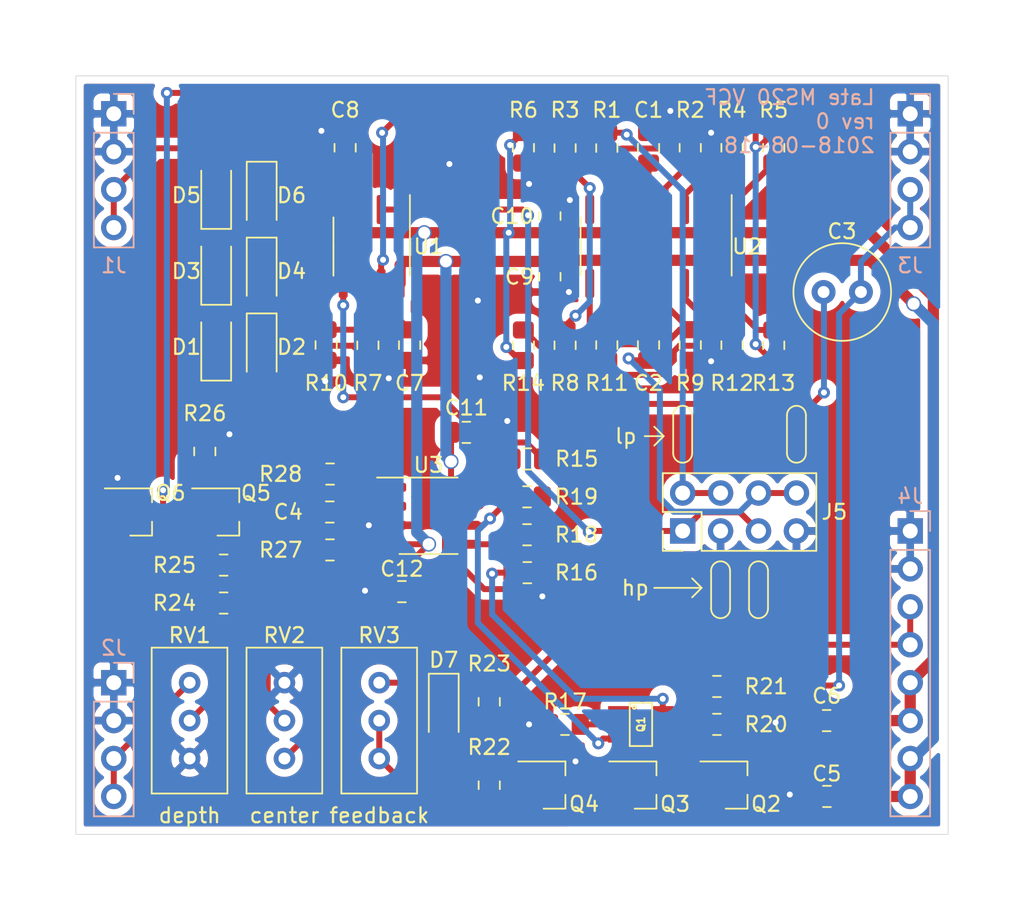
<source format=kicad_pcb>
(kicad_pcb (version 20171130) (host pcbnew 5.1.6-c6e7f7d~87~ubuntu18.04.1)
  (title_block (title "Late MS20 VCF plug-in board") (date 2020-08-18) (rev 0) (comment 1 creativecommons.org/licenses/by/4.0/) (comment 2 "License: CC by 4.0") (comment 3 "Author: Jordan Aceto"))
  (layers (0 F.Cu signal) (31 B.Cu signal) (34 B.Paste user) (35 F.Paste user) (36 B.SilkS user) (37 F.SilkS user) (38 B.Mask user) (39 F.Mask user) (44 Edge.Cuts user))
  (net 0 "")
  (net 1 +12V)
  (net 2 GND)
  (net 3 -12V)
  (net 4 "Net-(C1-Pad2)")
  (net 5 "Net-(C1-Pad1)")
  (net 6 /filter_core/hpf_input_node)
  (net 7 "Net-(C2-Pad1)")
  (net 8 "Net-(C3-Pad2)")
  (net 9 /feedback_VCA/feedback_signal_v_in)
  (net 10 "Net-(C4-Pad2)")
  (net 11 "Net-(C4-Pad1)")
  (net 12 "Net-(D1-Pad2)")
  (net 13 "Net-(D2-Pad1)")
  (net 14 "Net-(D3-Pad2)")
  (net 15 "Net-(D4-Pad1)")
  (net 16 "Net-(D5-Pad2)")
  (net 17 "Net-(D7-Pad1)")
  (net 18 /filter_core/signal_v_in)
  (net 19 /CV_scalers/raw_Vfc_in)
  (net 20 /feedback_VCA/feedback_CV_in)
  (net 21 "Net-(J5-Pad1)")
  (net 22 "Net-(J5-Pad2)")
  (net 23 "Net-(Q1-Pad6)")
  (net 24 "Net-(Q1-Pad5)")
  (net 25 "Net-(Q1-Pad1)")
  (net 26 "Net-(Q1-Pad3)")
  (net 27 "Net-(Q1-Pad2)")
  (net 28 "Net-(Q2-Pad1)")
  (net 29 "Net-(Q4-Pad2)")
  (net 30 "Net-(Q5-Pad2)")
  (net 31 "Net-(Q5-Pad1)")
  (net 32 /filter_core/Vfc_in)
  (net 33 "Net-(R1-Pad1)")
  (net 34 "Net-(R3-Pad1)")
  (net 35 "Net-(R4-Pad1)")
  (net 36 "Net-(R5-Pad2)")
  (net 37 "Net-(R12-Pad1)")
  (net 38 "Net-(R11-Pad2)")
  (net 39 "Net-(R13-Pad2)")
  (net 40 /filter_core/feedback_signal_v_in)
  (net 41 "Net-(R24-Pad2)")
  (net 42 "Net-(R25-Pad2)")
  (net 43 "Net-(U2-Pad15)")
  (net 44 "Net-(U2-Pad2)")
  (module Resistor_SMD:R_0805_2012Metric_Pad1.15x1.40mm_HandSolder (layer F.Cu) (at 108.467 92.71 180)
    (fp_text reference R28 (at 3.311 0) (layer F.SilkS))
    (fp_text value 4k7)
    (pad 2 smd roundrect (at 1.025 0 180) (size 1.15 1.4) (layers F.Cu F.Paste F.Mask) (roundrect_rratio 0.217391) (net 30 "Net-(Q5-Pad2)"))
    (pad 1 smd roundrect (at -1.025 0 180) (size 1.15 1.4) (layers F.Cu F.Paste F.Mask) (roundrect_rratio 0.217391) (net 11 "Net-(C4-Pad1)"))
  )
  (module Resistor_SMD:R_0805_2012Metric_Pad1.15x1.40mm_HandSolder (layer F.Cu) (at 108.458 97.79 180)
    (fp_text reference R27 (at 3.302 0) (layer F.SilkS))
    (fp_text value 470k)
    (pad 2 smd roundrect (at 1.025 0 180) (size 1.15 1.4) (layers F.Cu F.Paste F.Mask) (roundrect_rratio 0.217391) (net 3 -12V))
    (pad 1 smd roundrect (at -1.025 0 180) (size 1.15 1.4) (layers F.Cu F.Paste F.Mask) (roundrect_rratio 0.217391) (net 10 "Net-(C4-Pad2)"))
  )
  (module Resistor_SMD:R_0805_2012Metric_Pad1.15x1.40mm_HandSolder (layer F.Cu) (at 100.076 91.195 90)
    (fp_text reference R26 (at 2.549 0 180) (layer F.SilkS))
    (fp_text value 1k8)
    (pad 2 smd roundrect (at 1.025 0 90) (size 1.15 1.4) (layers F.Cu F.Paste F.Mask) (roundrect_rratio 0.217391) (net 2 GND))
    (pad 1 smd roundrect (at -1.025 0 90) (size 1.15 1.4) (layers F.Cu F.Paste F.Mask) (roundrect_rratio 0.217391) (net 31 "Net-(Q5-Pad1)"))
  )
  (module Resistor_SMD:R_0805_2012Metric_Pad1.15x1.40mm_HandSolder (layer F.Cu) (at 101.337 98.806)
    (fp_text reference R25 (at -3.293 0) (layer F.SilkS))
    (fp_text value 150k)
    (pad 2 smd roundrect (at 1.025 0) (size 1.15 1.4) (layers F.Cu F.Paste F.Mask) (roundrect_rratio 0.217391) (net 42 "Net-(R25-Pad2)"))
    (pad 1 smd roundrect (at -1.025 0) (size 1.15 1.4) (layers F.Cu F.Paste F.Mask) (roundrect_rratio 0.217391) (net 31 "Net-(Q5-Pad1)"))
  )
  (module Resistor_SMD:R_0805_2012Metric_Pad1.15x1.40mm_HandSolder (layer F.Cu) (at 101.337 101.346)
    (fp_text reference R24 (at -3.293 0) (layer F.SilkS))
    (fp_text value 10k)
    (pad 2 smd roundrect (at 1.025 0) (size 1.15 1.4) (layers F.Cu F.Paste F.Mask) (roundrect_rratio 0.217391) (net 41 "Net-(R24-Pad2)"))
    (pad 1 smd roundrect (at -1.025 0) (size 1.15 1.4) (layers F.Cu F.Paste F.Mask) (roundrect_rratio 0.217391) (net 31 "Net-(Q5-Pad1)"))
  )
  (module Resistor_SMD:R_0805_2012Metric_Pad1.15x1.40mm_HandSolder (layer F.Cu) (at 121.412 84.083 90)
    (fp_text reference R14 (at -2.531 0 180) (layer F.SilkS))
    (fp_text value 10k)
    (pad 2 smd roundrect (at 1.025 0 90) (size 1.15 1.4) (layers F.Cu F.Paste F.Mask) (roundrect_rratio 0.217391) (net 8 "Net-(C3-Pad2)"))
    (pad 1 smd roundrect (at -1.025 0 90) (size 1.15 1.4) (layers F.Cu F.Paste F.Mask) (roundrect_rratio 0.217391) (net 3 -12V))
  )
  (module Resistor_SMD:R_0805_2012Metric_Pad1.15x1.40mm_HandSolder (layer F.Cu) (at 138.176 84.083 90)
    (fp_text reference R13 (at -2.531 0 180) (layer F.SilkS))
    (fp_text value 10k)
    (pad 2 smd roundrect (at 1.025 0 90) (size 1.15 1.4) (layers F.Cu F.Paste F.Mask) (roundrect_rratio 0.217391) (net 39 "Net-(R13-Pad2)"))
    (pad 1 smd roundrect (at -1.025 0 90) (size 1.15 1.4) (layers F.Cu F.Paste F.Mask) (roundrect_rratio 0.217391) (net 32 /filter_core/Vfc_in))
  )
  (module Resistor_SMD:R_0805_2012Metric_Pad1.15x1.40mm_HandSolder (layer F.Cu) (at 135.382 84.074 270)
    (fp_text reference R12 (at 2.54 0 180) (layer F.SilkS))
    (fp_text value 220)
    (pad 2 smd roundrect (at 1.025 0 270) (size 1.15 1.4) (layers F.Cu F.Paste F.Mask) (roundrect_rratio 0.217391) (net 2 GND))
    (pad 1 smd roundrect (at -1.025 0 270) (size 1.15 1.4) (layers F.Cu F.Paste F.Mask) (roundrect_rratio 0.217391) (net 37 "Net-(R12-Pad1)"))
  )
  (module Resistor_SMD:R_0805_2012Metric_Pad1.15x1.40mm_HandSolder (layer F.Cu) (at 127 84.065 90)
    (fp_text reference R11 (at -2.549 0 180) (layer F.SilkS))
    (fp_text value 10k)
    (pad 2 smd roundrect (at 1.025 0 90) (size 1.15 1.4) (layers F.Cu F.Paste F.Mask) (roundrect_rratio 0.217391) (net 38 "Net-(R11-Pad2)"))
    (pad 1 smd roundrect (at -1.025 0 90) (size 1.15 1.4) (layers F.Cu F.Paste F.Mask) (roundrect_rratio 0.217391) (net 8 "Net-(C3-Pad2)"))
  )
  (module Resistor_SMD:R_0805_2012Metric_Pad1.15x1.40mm_HandSolder (layer F.Cu) (at 108.204 84.065 270)
    (fp_text reference R10 (at 2.549 0 180) (layer F.SilkS))
    (fp_text value 1k8)
    (pad 2 smd roundrect (at 1.025 0 270) (size 1.15 1.4) (layers F.Cu F.Paste F.Mask) (roundrect_rratio 0.217391) (net 2 GND))
    (pad 1 smd roundrect (at -1.025 0 270) (size 1.15 1.4) (layers F.Cu F.Paste F.Mask) (roundrect_rratio 0.217391) (net 16 "Net-(D5-Pad2)"))
  )
  (module Resistor_SMD:R_0805_2012Metric_Pad1.15x1.40mm_HandSolder (layer F.Cu) (at 132.588 84.065 270)
    (fp_text reference R9 (at 2.549 0 180) (layer F.SilkS))
    (fp_text value 220)
    (pad 2 smd roundrect (at 1.025 0 270) (size 1.15 1.4) (layers F.Cu F.Paste F.Mask) (roundrect_rratio 0.217391) (net 2 GND))
    (pad 1 smd roundrect (at -1.025 0 270) (size 1.15 1.4) (layers F.Cu F.Paste F.Mask) (roundrect_rratio 0.217391) (net 38 "Net-(R11-Pad2)"))
  )
  (module Resistor_SMD:R_0805_2012Metric_Pad1.15x1.40mm_HandSolder (layer F.Cu) (at 124.206 84.083 90)
    (fp_text reference R8 (at -2.531 0 180) (layer F.SilkS))
    (fp_text value 10k)
    (pad 2 smd roundrect (at 1.025 0 90) (size 1.15 1.4) (layers F.Cu F.Paste F.Mask) (roundrect_rratio 0.217391) (net 34 "Net-(R3-Pad1)"))
    (pad 1 smd roundrect (at -1.025 0 90) (size 1.15 1.4) (layers F.Cu F.Paste F.Mask) (roundrect_rratio 0.217391) (net 37 "Net-(R12-Pad1)"))
  )
  (module Resistor_SMD:R_0805_2012Metric_Pad1.15x1.40mm_HandSolder (layer F.Cu) (at 110.998 84.083 270)
    (fp_text reference R7 (at 2.531 0 180) (layer F.SilkS))
    (fp_text value 10k)
    (pad 2 smd roundrect (at 1.025 0 270) (size 1.15 1.4) (layers F.Cu F.Paste F.Mask) (roundrect_rratio 0.217391) (net 4 "Net-(C1-Pad2)"))
    (pad 1 smd roundrect (at -1.025 0 270) (size 1.15 1.4) (layers F.Cu F.Paste F.Mask) (roundrect_rratio 0.217391) (net 16 "Net-(D5-Pad2)"))
  )
  (module Resistor_SMD:R_0805_2012Metric_Pad1.15x1.40mm_HandSolder (layer F.Cu) (at 121.412 70.857 270)
    (fp_text reference R6 (at -2.531 0 180) (layer F.SilkS))
    (fp_text value 10k)
    (pad 2 smd roundrect (at 1.025 0 270) (size 1.15 1.4) (layers F.Cu F.Paste F.Mask) (roundrect_rratio 0.217391) (net 34 "Net-(R3-Pad1)"))
    (pad 1 smd roundrect (at -1.025 0 270) (size 1.15 1.4) (layers F.Cu F.Paste F.Mask) (roundrect_rratio 0.217391) (net 3 -12V))
  )
  (module Resistor_SMD:R_0805_2012Metric_Pad1.15x1.40mm_HandSolder (layer F.Cu) (at 138.176 70.857 270)
    (fp_text reference R5 (at -2.531 0 180) (layer F.SilkS))
    (fp_text value 10k)
    (pad 2 smd roundrect (at 1.025 0 270) (size 1.15 1.4) (layers F.Cu F.Paste F.Mask) (roundrect_rratio 0.217391) (net 36 "Net-(R5-Pad2)"))
    (pad 1 smd roundrect (at -1.025 0 270) (size 1.15 1.4) (layers F.Cu F.Paste F.Mask) (roundrect_rratio 0.217391) (net 32 /filter_core/Vfc_in))
  )
  (module Resistor_SMD:R_0805_2012Metric_Pad1.15x1.40mm_HandSolder (layer F.Cu) (at 135.382 70.857 90)
    (fp_text reference R4 (at 2.531 0 180) (layer F.SilkS))
    (fp_text value 220)
    (pad 2 smd roundrect (at 1.025 0 90) (size 1.15 1.4) (layers F.Cu F.Paste F.Mask) (roundrect_rratio 0.217391) (net 2 GND))
    (pad 1 smd roundrect (at -1.025 0 90) (size 1.15 1.4) (layers F.Cu F.Paste F.Mask) (roundrect_rratio 0.217391) (net 35 "Net-(R4-Pad1)"))
  )
  (module Resistor_SMD:R_0805_2012Metric_Pad1.15x1.40mm_HandSolder (layer F.Cu) (at 124.206 70.875 90)
    (fp_text reference R3 (at 2.549 0 180) (layer F.SilkS))
    (fp_text value 10k)
    (pad 2 smd roundrect (at 1.025 0 90) (size 1.15 1.4) (layers F.Cu F.Paste F.Mask) (roundrect_rratio 0.217391) (net 33 "Net-(R1-Pad1)"))
    (pad 1 smd roundrect (at -1.025 0 90) (size 1.15 1.4) (layers F.Cu F.Paste F.Mask) (roundrect_rratio 0.217391) (net 34 "Net-(R3-Pad1)"))
  )
  (module Resistor_SMD:R_0805_2012Metric_Pad1.15x1.40mm_HandSolder (layer F.Cu) (at 132.588 70.857 90)
    (fp_text reference R2 (at 2.531 0 180) (layer F.SilkS))
    (fp_text value 220)
    (pad 2 smd roundrect (at 1.025 0 90) (size 1.15 1.4) (layers F.Cu F.Paste F.Mask) (roundrect_rratio 0.217391) (net 2 GND))
    (pad 1 smd roundrect (at -1.025 0 90) (size 1.15 1.4) (layers F.Cu F.Paste F.Mask) (roundrect_rratio 0.217391) (net 33 "Net-(R1-Pad1)"))
  )
  (module Resistor_SMD:R_0805_2012Metric_Pad1.15x1.40mm_HandSolder (layer F.Cu) (at 127 70.875 90)
    (fp_text reference R1 (at 2.549 0 180) (layer F.SilkS))
    (fp_text value 10k)
    (pad 2 smd roundrect (at 1.025 0 90) (size 1.15 1.4) (layers F.Cu F.Paste F.Mask) (roundrect_rratio 0.217391) (net 22 "Net-(J5-Pad2)"))
    (pad 1 smd roundrect (at -1.025 0 90) (size 1.15 1.4) (layers F.Cu F.Paste F.Mask) (roundrect_rratio 0.217391) (net 33 "Net-(R1-Pad1)"))
  )
  (module Package_SO:SOIC-8_3.9x4.9mm_P1.27mm (layer F.Cu) (at 115.062 95.504)
    (fp_text reference U3 (at 0 -3.4) (layer F.SilkS))
    (fp_text value TL072)
    (pad 8 smd roundrect (at 2.475 -1.905) (size 1.95 0.6) (layers F.Cu F.Paste F.Mask) (net 1 +12V))
    (pad 7 smd roundrect (at 2.475 -0.635) (size 1.95 0.6) (layers F.Cu F.Paste F.Mask) (net 40 /filter_core/feedback_signal_v_in))
    (pad 6 smd roundrect (at 2.475 0.635) (size 1.95 0.6) (layers F.Cu F.Paste F.Mask) (net 26 "Net-(Q1-Pad3)"))
    (pad 5 smd roundrect (at 2.475 1.905) (size 1.95 0.6) (layers F.Cu F.Paste F.Mask) (net 23 "Net-(Q1-Pad6)"))
    (pad 4 smd roundrect (at -2.475 1.905) (size 1.95 0.6) (layers F.Cu F.Paste F.Mask) (net 3 -12V))
    (pad 3 smd roundrect (at -2.475 0.635) (size 1.95 0.6) (layers F.Cu F.Paste F.Mask) (net 2 GND))
    (pad 2 smd roundrect (at -2.475 -0.635) (size 1.95 0.6) (layers F.Cu F.Paste F.Mask) (net 10 "Net-(C4-Pad2)"))
    (pad 1 smd roundrect (at -2.475 -1.905) (size 1.95 0.6) (layers F.Cu F.Paste F.Mask) (net 11 "Net-(C4-Pad1)"))
  )
  (module Package_SO:SOIC-16_3.9x9.9mm_P1.27mm (layer F.Cu) (at 130.302 77.47 270)
    (fp_text reference U2 (at 0 -6.096 180) (layer F.SilkS))
    (fp_text value LM13700)
    (pad 16 smd roundrect (at 2.475 -4.445 270) (size 1.95 0.6) (layers F.Cu F.Paste F.Mask) (net 39 "Net-(R13-Pad2)"))
    (pad 15 smd roundrect (at 2.475 -3.175 270) (size 1.95 0.6) (layers F.Cu F.Paste F.Mask) (net 43 "Net-(U2-Pad15)"))
    (pad 14 smd roundrect (at 2.475 -1.905 270) (size 1.95 0.6) (layers F.Cu F.Paste F.Mask) (net 37 "Net-(R12-Pad1)"))
    (pad 13 smd roundrect (at 2.475 -0.635 270) (size 1.95 0.6) (layers F.Cu F.Paste F.Mask) (net 38 "Net-(R11-Pad2)"))
    (pad 12 smd roundrect (at 2.475 0.635 270) (size 1.95 0.6) (layers F.Cu F.Paste F.Mask) (net 7 "Net-(C2-Pad1)"))
    (pad 11 smd roundrect (at 2.475 1.905 270) (size 1.95 0.6) (layers F.Cu F.Paste F.Mask) (net 1 +12V))
    (pad 10 smd roundrect (at 2.475 3.175 270) (size 1.95 0.6) (layers F.Cu F.Paste F.Mask) (net 7 "Net-(C2-Pad1)"))
    (pad 9 smd roundrect (at 2.475 4.445 270) (size 1.95 0.6) (layers F.Cu F.Paste F.Mask) (net 8 "Net-(C3-Pad2)"))
    (pad 8 smd roundrect (at -2.475 4.445 270) (size 1.95 0.6) (layers F.Cu F.Paste F.Mask) (net 34 "Net-(R3-Pad1)"))
    (pad 7 smd roundrect (at -2.475 3.175 270) (size 1.95 0.6) (layers F.Cu F.Paste F.Mask) (net 5 "Net-(C1-Pad1)"))
    (pad 6 smd roundrect (at -2.475 1.905 270) (size 1.95 0.6) (layers F.Cu F.Paste F.Mask) (net 3 -12V))
    (pad 5 smd roundrect (at -2.475 0.635 270) (size 1.95 0.6) (layers F.Cu F.Paste F.Mask) (net 5 "Net-(C1-Pad1)"))
    (pad 4 smd roundrect (at -2.475 -0.635 270) (size 1.95 0.6) (layers F.Cu F.Paste F.Mask) (net 33 "Net-(R1-Pad1)"))
    (pad 3 smd roundrect (at -2.475 -1.905 270) (size 1.95 0.6) (layers F.Cu F.Paste F.Mask) (net 35 "Net-(R4-Pad1)"))
    (pad 2 smd roundrect (at -2.475 -3.175 270) (size 1.95 0.6) (layers F.Cu F.Paste F.Mask) (net 44 "Net-(U2-Pad2)"))
    (pad 1 smd roundrect (at -2.475 -4.445 270) (size 1.95 0.6) (layers F.Cu F.Paste F.Mask) (net 36 "Net-(R5-Pad2)"))
  )
  (module Package_SO:SOIC-8_3.9x4.9mm_P1.27mm (layer F.Cu) (at 111.252 77.47 270)
    (fp_text reference U1 (at 0 -3.81 180) (layer F.SilkS))
    (fp_text value TL072)
    (pad 8 smd roundrect (at 2.475 -1.905 270) (size 1.95 0.6) (layers F.Cu F.Paste F.Mask) (net 1 +12V))
    (pad 7 smd roundrect (at 2.475 -0.635 270) (size 1.95 0.6) (layers F.Cu F.Paste F.Mask) (net 4 "Net-(C1-Pad2)"))
    (pad 6 smd roundrect (at 2.475 0.635 270) (size 1.95 0.6) (layers F.Cu F.Paste F.Mask) (net 16 "Net-(D5-Pad2)"))
    (pad 5 smd roundrect (at 2.475 1.905 270) (size 1.95 0.6) (layers F.Cu F.Paste F.Mask) (net 40 /filter_core/feedback_signal_v_in))
    (pad 4 smd roundrect (at -2.475 1.905 270) (size 1.95 0.6) (layers F.Cu F.Paste F.Mask) (net 3 -12V))
    (pad 3 smd roundrect (at -2.475 0.635 270) (size 1.95 0.6) (layers F.Cu F.Paste F.Mask) (net 18 /filter_core/signal_v_in))
    (pad 2 smd roundrect (at -2.475 -0.635 270) (size 1.95 0.6) (layers F.Cu F.Paste F.Mask) (net 21 "Net-(J5-Pad1)"))
    (pad 1 smd roundrect (at -2.475 -1.905 270) (size 1.95 0.6) (layers F.Cu F.Paste F.Mask) (net 21 "Net-(J5-Pad1)"))
  )
  (module Potentiometer_THT:Potentiometer_Bourns_3296W_Vertical (layer F.Cu) (at 111.76 111.76 270)
    (fp_text reference RV3 (at -8.255 0 180) (layer F.SilkS))
    (fp_text value 50k)
    (pad 3 thru_hole circle (at -5.08 0 270) (size 1.44 1.44) (drill 0.8) (layers *.Cu *.Mask) (net 17 "Net-(D7-Pad1)"))
    (pad 2 thru_hole circle (at -2.54 0 270) (size 1.44 1.44) (drill 0.8) (layers *.Cu *.Mask) (net 29 "Net-(Q4-Pad2)"))
    (pad 1 thru_hole circle (at 0 0 270) (size 1.44 1.44) (drill 0.8) (layers *.Cu *.Mask) (net 29 "Net-(Q4-Pad2)"))
  )
  (module Potentiometer_THT:Potentiometer_Bourns_3296W_Vertical (layer F.Cu) (at 105.41 111.76 270)
    (fp_text reference RV2 (at -8.255 0 180) (layer F.SilkS))
    (fp_text value 100k)
    (pad 3 thru_hole circle (at -5.08 0 270) (size 1.44 1.44) (drill 0.8) (layers *.Cu *.Mask) (net 2 GND))
    (pad 2 thru_hole circle (at -2.54 0 270) (size 1.44 1.44) (drill 0.8) (layers *.Cu *.Mask) (net 42 "Net-(R25-Pad2)"))
    (pad 1 thru_hole circle (at 0 0 270) (size 1.44 1.44) (drill 0.8) (layers *.Cu *.Mask) (net 3 -12V))
  )
  (module Potentiometer_THT:Potentiometer_Bourns_3296W_Vertical (layer F.Cu) (at 99.06 111.76 270)
    (fp_text reference RV1 (at -8.255 0 180) (layer F.SilkS))
    (fp_text value 10k)
    (pad 3 thru_hole circle (at -5.08 0 270) (size 1.44 1.44) (drill 0.8) (layers *.Cu *.Mask) (net 19 /CV_scalers/raw_Vfc_in))
    (pad 2 thru_hole circle (at -2.54 0 270) (size 1.44 1.44) (drill 0.8) (layers *.Cu *.Mask) (net 41 "Net-(R24-Pad2)"))
    (pad 1 thru_hole circle (at 0 0 270) (size 1.44 1.44) (drill 0.8) (layers *.Cu *.Mask) (net 2 GND))
  )
  (module Resistor_SMD:R_0805_2012Metric_Pad1.15x1.40mm_HandSolder (layer F.Cu) (at 119.126 107.959 90)
    (fp_text reference R23 (at 2.549 0 180) (layer F.SilkS))
    (fp_text value 7k5)
    (pad 2 smd roundrect (at 1.025 0 90) (size 1.15 1.4) (layers F.Cu F.Paste F.Mask) (roundrect_rratio 0.217391) (net 17 "Net-(D7-Pad1)"))
    (pad 1 smd roundrect (at -1.025 0 90) (size 1.15 1.4) (layers F.Cu F.Paste F.Mask) (roundrect_rratio 0.217391) (net 20 /feedback_VCA/feedback_CV_in))
  )
  (module Resistor_SMD:R_0805_2012Metric_Pad1.15x1.40mm_HandSolder (layer F.Cu) (at 119.126 113.547 90)
    (fp_text reference R22 (at 2.549 0 180) (layer F.SilkS))
    (fp_text value 680k)
    (pad 2 smd roundrect (at 1.025 0 90) (size 1.15 1.4) (layers F.Cu F.Paste F.Mask) (roundrect_rratio 0.217391) (net 1 +12V))
    (pad 1 smd roundrect (at -1.025 0 90) (size 1.15 1.4) (layers F.Cu F.Paste F.Mask) (roundrect_rratio 0.217391) (net 29 "Net-(Q4-Pad2)"))
  )
  (module Resistor_SMD:R_0805_2012Metric_Pad1.15x1.40mm_HandSolder (layer F.Cu) (at 134.375 106.934 180)
    (fp_text reference R21 (at -3.293 0) (layer F.SilkS))
    (fp_text value 33k)
    (pad 2 smd roundrect (at 1.025 0 180) (size 1.15 1.4) (layers F.Cu F.Paste F.Mask) (roundrect_rratio 0.217391) (net 24 "Net-(Q1-Pad5)"))
    (pad 1 smd roundrect (at -1.025 0 180) (size 1.15 1.4) (layers F.Cu F.Paste F.Mask) (roundrect_rratio 0.217391) (net 9 /feedback_VCA/feedback_signal_v_in))
  )
  (module Resistor_SMD:R_0805_2012Metric_Pad1.15x1.40mm_HandSolder (layer F.Cu) (at 134.375 109.474 180)
    (fp_text reference R20 (at -3.293 0) (layer F.SilkS))
    (fp_text value 220)
    (pad 2 smd roundrect (at 1.025 0 180) (size 1.15 1.4) (layers F.Cu F.Paste F.Mask) (roundrect_rratio 0.217391) (net 24 "Net-(Q1-Pad5)"))
    (pad 1 smd roundrect (at -1.025 0 180) (size 1.15 1.4) (layers F.Cu F.Paste F.Mask) (roundrect_rratio 0.217391) (net 2 GND))
  )
  (module Resistor_SMD:R_0805_2012Metric_Pad1.15x1.40mm_HandSolder (layer F.Cu) (at 121.657 94.234)
    (fp_text reference R19 (at 3.311 0) (layer F.SilkS))
    (fp_text value 47k)
    (pad 2 smd roundrect (at 1.025 0) (size 1.15 1.4) (layers F.Cu F.Paste F.Mask) (roundrect_rratio 0.217391) (net 1 +12V))
    (pad 1 smd roundrect (at -1.025 0) (size 1.15 1.4) (layers F.Cu F.Paste F.Mask) (roundrect_rratio 0.217391) (net 26 "Net-(Q1-Pad3)"))
  )
  (module Resistor_SMD:R_0805_2012Metric_Pad1.15x1.40mm_HandSolder (layer F.Cu) (at 121.657 96.774)
    (fp_text reference R18 (at 3.311 0) (layer F.SilkS))
    (fp_text value 47k)
    (pad 2 smd roundrect (at 1.025 0) (size 1.15 1.4) (layers F.Cu F.Paste F.Mask) (roundrect_rratio 0.217391) (net 1 +12V))
    (pad 1 smd roundrect (at -1.025 0) (size 1.15 1.4) (layers F.Cu F.Paste F.Mask) (roundrect_rratio 0.217391) (net 23 "Net-(Q1-Pad6)"))
  )
  (module Resistor_SMD:R_0805_2012Metric_Pad1.15x1.40mm_HandSolder (layer F.Cu) (at 124.197 109.474)
    (fp_text reference R17 (at 0.009 -1.524) (layer F.SilkS))
    (fp_text value 220)
    (pad 2 smd roundrect (at 1.025 0) (size 1.15 1.4) (layers F.Cu F.Paste F.Mask) (roundrect_rratio 0.217391) (net 27 "Net-(Q1-Pad2)"))
    (pad 1 smd roundrect (at -1.025 0) (size 1.15 1.4) (layers F.Cu F.Paste F.Mask) (roundrect_rratio 0.217391) (net 2 GND))
  )
  (module Resistor_SMD:R_0805_2012Metric_Pad1.15x1.40mm_HandSolder (layer F.Cu) (at 121.675 99.314 180)
    (fp_text reference R16 (at -3.293 0) (layer F.SilkS))
    (fp_text value 220k)
    (pad 2 smd roundrect (at 1.025 0 180) (size 1.15 1.4) (layers F.Cu F.Paste F.Mask) (roundrect_rratio 0.217391) (net 23 "Net-(Q1-Pad6)"))
    (pad 1 smd roundrect (at -1.025 0 180) (size 1.15 1.4) (layers F.Cu F.Paste F.Mask) (roundrect_rratio 0.217391) (net 2 GND))
  )
  (module Resistor_SMD:R_0805_2012Metric_Pad1.15x1.40mm_HandSolder (layer F.Cu) (at 121.675 91.694)
    (fp_text reference R15 (at 3.311 0) (layer F.SilkS))
    (fp_text value 220k)
    (pad 2 smd roundrect (at 1.025 0) (size 1.15 1.4) (layers F.Cu F.Paste F.Mask) (roundrect_rratio 0.217391) (net 40 /filter_core/feedback_signal_v_in))
    (pad 1 smd roundrect (at -1.025 0) (size 1.15 1.4) (layers F.Cu F.Paste F.Mask) (roundrect_rratio 0.217391) (net 26 "Net-(Q1-Pad3)"))
  )
  (module Package_TO_SOT_SMD:SOT-23_Handsoldering (layer F.Cu) (at 95.782 95.25)
    (fp_text reference Q6 (at 2.008 -1.27) (layer F.SilkS))
    (fp_text value MMBT3906)
    (pad 3 smd rect (at 1.5 0) (size 1.9 0.8) (layers F.Cu F.Paste F.Mask) (net 32 /filter_core/Vfc_in))
    (pad 2 smd rect (at -1.5 0.95) (size 1.9 0.8) (layers F.Cu F.Paste F.Mask) (net 30 "Net-(Q5-Pad2)"))
    (pad 1 smd rect (at -1.5 -0.95) (size 1.9 0.8) (layers F.Cu F.Paste F.Mask) (net 2 GND))
  )
  (module Package_TO_SOT_SMD:SOT-23_Handsoldering (layer F.Cu) (at 101.624 95.25)
    (fp_text reference Q5 (at 1.881 -1.27) (layer F.SilkS))
    (fp_text value MMBT3906)
    (pad 3 smd rect (at 1.5 0) (size 1.9 0.8) (layers F.Cu F.Paste F.Mask) (net 10 "Net-(C4-Pad2)"))
    (pad 2 smd rect (at -1.5 0.95) (size 1.9 0.8) (layers F.Cu F.Paste F.Mask) (net 30 "Net-(Q5-Pad2)"))
    (pad 1 smd rect (at -1.5 -0.95) (size 1.9 0.8) (layers F.Cu F.Paste F.Mask) (net 31 "Net-(Q5-Pad1)"))
  )
  (module Package_TO_SOT_SMD:SOT-23_Handsoldering (layer F.Cu) (at 123.468 113.538)
    (fp_text reference Q4 (at 2.008 1.27) (layer F.SilkS))
    (fp_text value MMBT3906)
    (pad 3 smd rect (at 1.5 0) (size 1.9 0.8) (layers F.Cu F.Paste F.Mask) (net 28 "Net-(Q2-Pad1)"))
    (pad 2 smd rect (at -1.5 0.95) (size 1.9 0.8) (layers F.Cu F.Paste F.Mask) (net 29 "Net-(Q4-Pad2)"))
    (pad 1 smd rect (at -1.5 -0.95) (size 1.9 0.8) (layers F.Cu F.Paste F.Mask) (net 2 GND))
  )
  (module Package_TO_SOT_SMD:SOT-23_Handsoldering (layer F.Cu) (at 129.564 113.538)
    (fp_text reference Q3 (at 2.008 1.27) (layer F.SilkS))
    (fp_text value MMBT3904)
    (pad 3 smd rect (at 1.5 0) (size 1.9 0.8) (layers F.Cu F.Paste F.Mask) (net 28 "Net-(Q2-Pad1)"))
    (pad 2 smd rect (at -1.5 0.95) (size 1.9 0.8) (layers F.Cu F.Paste F.Mask) (net 3 -12V))
    (pad 1 smd rect (at -1.5 -0.95) (size 1.9 0.8) (layers F.Cu F.Paste F.Mask) (net 28 "Net-(Q2-Pad1)"))
  )
  (module Package_TO_SOT_SMD:SOT-23_Handsoldering (layer F.Cu) (at 135.66 113.538)
    (fp_text reference Q2 (at 2.008 1.27) (layer F.SilkS))
    (fp_text value MMBT3904)
    (pad 3 smd rect (at 1.5 0) (size 1.9 0.8) (layers F.Cu F.Paste F.Mask) (net 25 "Net-(Q1-Pad1)"))
    (pad 2 smd rect (at -1.5 0.95) (size 1.9 0.8) (layers F.Cu F.Paste F.Mask) (net 3 -12V))
    (pad 1 smd rect (at -1.5 -0.95) (size 1.9 0.8) (layers F.Cu F.Paste F.Mask) (net 28 "Net-(Q2-Pad1)"))
  )
  (module MS20_parts:SOT457 (layer F.Cu) (at 129.286 109.474 270)
    (fp_text reference Q1 (at 0 0 90) (layer F.SilkS) (effects (font (size 0.508 0.508) (thickness 0.127))))
    (fp_text value BCM847DS135 hide)
    (pad 6 smd rect (at -0.95 -1.45 270) (size 0.55 1.5) (layers F.Cu F.Paste F.Mask) (net 23 "Net-(Q1-Pad6)"))
    (pad 5 smd rect (at 0 -1.45 270) (size 0.55 1.5) (layers F.Cu F.Paste F.Mask) (net 24 "Net-(Q1-Pad5)"))
    (pad 4 smd rect (at 0.95 -1.45 270) (size 0.55 1.5) (layers F.Cu F.Paste F.Mask) (net 25 "Net-(Q1-Pad1)"))
    (pad 3 smd rect (at 0.95 1.45 270) (size 0.55 1.5) (layers F.Cu F.Paste F.Mask) (net 26 "Net-(Q1-Pad3)"))
    (pad 2 smd rect (at 0 1.45 270) (size 0.55 1.5) (layers F.Cu F.Paste F.Mask) (net 27 "Net-(Q1-Pad2)"))
    (pad 1 smd rect (at -0.95 1.45 270) (size 0.55 1.5) (layers F.Cu F.Paste F.Mask) (net 25 "Net-(Q1-Pad1)"))
  )
  (module Connector_PinHeader_2.54mm:PinHeader_2x04_P2.54mm_Vertical (layer F.Cu) (at 132.08 96.52 90)
    (fp_text reference J5 (at 1.27 10.16 180) (layer F.SilkS))
    (fp_text value hp_lp_jumper)
    (pad 8 thru_hole oval (at 2.54 7.62 90) (size 1.7 1.7) (drill 1) (layers *.Cu *.Mask) (net 6 /filter_core/hpf_input_node))
    (pad 7 thru_hole oval (at 0 7.62 90) (size 1.7 1.7) (drill 1) (layers *.Cu *.Mask) (net 2 GND))
    (pad 6 thru_hole oval (at 2.54 5.08 90) (size 1.7 1.7) (drill 1) (layers *.Cu *.Mask) (net 6 /filter_core/hpf_input_node))
    (pad 5 thru_hole oval (at 0 5.08 90) (size 1.7 1.7) (drill 1) (layers *.Cu *.Mask) (net 21 "Net-(J5-Pad1)"))
    (pad 4 thru_hole oval (at 2.54 2.54 90) (size 1.7 1.7) (drill 1) (layers *.Cu *.Mask) (net 22 "Net-(J5-Pad2)"))
    (pad 3 thru_hole oval (at 0 2.54 90) (size 1.7 1.7) (drill 1) (layers *.Cu *.Mask) (net 2 GND))
    (pad 2 thru_hole oval (at 2.54 0 90) (size 1.7 1.7) (drill 1) (layers *.Cu *.Mask) (net 22 "Net-(J5-Pad2)"))
    (pad 1 thru_hole rect (at 0 0 90) (size 1.7 1.7) (drill 1) (layers *.Cu *.Mask) (net 21 "Net-(J5-Pad1)"))
  )
  (module Connector_PinHeader_2.54mm:PinHeader_1x08_P2.54mm_Vertical (layer B.Cu) (at 147.32 96.52 180)
    (fp_text reference J4 (at 0 2.33) (layer B.SilkS) (effects (justify mirror)))
    (fp_text value feedback_CV_and_PS)
    (pad 8 thru_hole oval (at 0 -17.78 180) (size 1.7 1.7) (drill 1) (layers *.Cu *.Mask) (net 1 +12V))
    (pad 7 thru_hole oval (at 0 -15.24 180) (size 1.7 1.7) (drill 1) (layers *.Cu *.Mask) (net 1 +12V))
    (pad 6 thru_hole oval (at 0 -12.7 180) (size 1.7 1.7) (drill 1) (layers *.Cu *.Mask) (net 3 -12V))
    (pad 5 thru_hole oval (at 0 -10.16 180) (size 1.7 1.7) (drill 1) (layers *.Cu *.Mask) (net 3 -12V))
    (pad 4 thru_hole oval (at 0 -7.62 180) (size 1.7 1.7) (drill 1) (layers *.Cu *.Mask) (net 20 /feedback_VCA/feedback_CV_in))
    (pad 3 thru_hole oval (at 0 -5.08 180) (size 1.7 1.7) (drill 1) (layers *.Cu *.Mask) (net 20 /feedback_VCA/feedback_CV_in))
    (pad 2 thru_hole oval (at 0 -2.54 180) (size 1.7 1.7) (drill 1) (layers *.Cu *.Mask) (net 2 GND))
    (pad 1 thru_hole rect (at 0 0 180) (size 1.7 1.7) (drill 1) (layers *.Cu *.Mask) (net 2 GND))
  )
  (module Connector_PinHeader_2.54mm:PinHeader_1x04_P2.54mm_Vertical (layer B.Cu) (at 147.32 68.58 180)
    (fp_text reference J3 (at 0 -10.16) (layer B.SilkS) (effects (justify mirror)))
    (fp_text value signal_out)
    (pad 4 thru_hole oval (at 0 -7.62 180) (size 1.7 1.7) (drill 1) (layers *.Cu *.Mask) (net 9 /feedback_VCA/feedback_signal_v_in))
    (pad 3 thru_hole oval (at 0 -5.08 180) (size 1.7 1.7) (drill 1) (layers *.Cu *.Mask) (net 9 /feedback_VCA/feedback_signal_v_in))
    (pad 2 thru_hole oval (at 0 -2.54 180) (size 1.7 1.7) (drill 1) (layers *.Cu *.Mask) (net 2 GND))
    (pad 1 thru_hole rect (at 0 0 180) (size 1.7 1.7) (drill 1) (layers *.Cu *.Mask) (net 2 GND))
  )
  (module Connector_PinHeader_2.54mm:PinHeader_1x04_P2.54mm_Vertical (layer B.Cu) (at 93.98 106.68 180)
    (fp_text reference J2 (at 0 2.33) (layer B.SilkS) (effects (justify mirror)))
    (fp_text value CV_in)
    (pad 4 thru_hole oval (at 0 -7.62 180) (size 1.7 1.7) (drill 1) (layers *.Cu *.Mask) (net 19 /CV_scalers/raw_Vfc_in))
    (pad 3 thru_hole oval (at 0 -5.08 180) (size 1.7 1.7) (drill 1) (layers *.Cu *.Mask) (net 19 /CV_scalers/raw_Vfc_in))
    (pad 2 thru_hole oval (at 0 -2.54 180) (size 1.7 1.7) (drill 1) (layers *.Cu *.Mask) (net 2 GND))
    (pad 1 thru_hole rect (at 0 0 180) (size 1.7 1.7) (drill 1) (layers *.Cu *.Mask) (net 2 GND))
  )
  (module Connector_PinHeader_2.54mm:PinHeader_1x04_P2.54mm_Vertical (layer B.Cu) (at 93.98 68.58 180)
    (fp_text reference J1 (at 0 -10.16) (layer B.SilkS) (effects (justify mirror)))
    (fp_text value signal_in)
    (pad 4 thru_hole oval (at 0 -7.62 180) (size 1.7 1.7) (drill 1) (layers *.Cu *.Mask) (net 18 /filter_core/signal_v_in))
    (pad 3 thru_hole oval (at 0 -5.08 180) (size 1.7 1.7) (drill 1) (layers *.Cu *.Mask) (net 18 /filter_core/signal_v_in))
    (pad 2 thru_hole oval (at 0 -2.54 180) (size 1.7 1.7) (drill 1) (layers *.Cu *.Mask) (net 2 GND))
    (pad 1 thru_hole rect (at 0 0 180) (size 1.7 1.7) (drill 1) (layers *.Cu *.Mask) (net 2 GND))
  )
  (module Diode_SMD:D_SOD-123 (layer F.Cu) (at 116.078 108.332 270)
    (fp_text reference D7 (at -3.176 0 180) (layer F.SilkS))
    (fp_text value MMSZ5225B-TP)
    (pad 2 smd rect (at 1.65 0 270) (size 0.9 1.2) (layers F.Cu F.Paste F.Mask) (net 2 GND))
    (pad 1 smd rect (at -1.65 0 270) (size 0.9 1.2) (layers F.Cu F.Paste F.Mask) (net 17 "Net-(D7-Pad1)"))
  )
  (module Diode_SMD:D_SOD-123 (layer F.Cu) (at 103.886 74.042 270)
    (fp_text reference D6 (at 0 -2 180) (layer F.SilkS))
    (fp_text value 1N4148W)
    (pad 2 smd rect (at 1.65 0 270) (size 0.9 1.2) (layers F.Cu F.Paste F.Mask) (net 15 "Net-(D4-Pad1)"))
    (pad 1 smd rect (at -1.65 0 270) (size 0.9 1.2) (layers F.Cu F.Paste F.Mask) (net 16 "Net-(D5-Pad2)"))
  )
  (module Diode_SMD:D_SOD-123 (layer F.Cu) (at 100.838 74.04 90)
    (fp_text reference D5 (at 0 -2 180) (layer F.SilkS))
    (fp_text value 1N4148W)
    (pad 2 smd rect (at 1.65 0 90) (size 0.9 1.2) (layers F.Cu F.Paste F.Mask) (net 16 "Net-(D5-Pad2)"))
    (pad 1 smd rect (at -1.65 0 90) (size 0.9 1.2) (layers F.Cu F.Paste F.Mask) (net 14 "Net-(D3-Pad2)"))
  )
  (module Diode_SMD:D_SOD-123 (layer F.Cu) (at 103.886 79.122 270)
    (fp_text reference D4 (at 0 -2 180) (layer F.SilkS))
    (fp_text value 1N4148W)
    (pad 2 smd rect (at 1.65 0 270) (size 0.9 1.2) (layers F.Cu F.Paste F.Mask) (net 13 "Net-(D2-Pad1)"))
    (pad 1 smd rect (at -1.65 0 270) (size 0.9 1.2) (layers F.Cu F.Paste F.Mask) (net 15 "Net-(D4-Pad1)"))
  )
  (module Diode_SMD:D_SOD-123 (layer F.Cu) (at 100.838 79.122 90)
    (fp_text reference D3 (at 0 -2 180) (layer F.SilkS))
    (fp_text value 1N4148W)
    (pad 2 smd rect (at 1.65 0 90) (size 0.9 1.2) (layers F.Cu F.Paste F.Mask) (net 14 "Net-(D3-Pad2)"))
    (pad 1 smd rect (at -1.65 0 90) (size 0.9 1.2) (layers F.Cu F.Paste F.Mask) (net 12 "Net-(D1-Pad2)"))
  )
  (module Diode_SMD:D_SOD-123 (layer F.Cu) (at 103.886 84.202 270)
    (fp_text reference D2 (at 0 -2 180) (layer F.SilkS))
    (fp_text value 1N4148W)
    (pad 2 smd rect (at 1.65 0 270) (size 0.9 1.2) (layers F.Cu F.Paste F.Mask) (net 4 "Net-(C1-Pad2)"))
    (pad 1 smd rect (at -1.65 0 270) (size 0.9 1.2) (layers F.Cu F.Paste F.Mask) (net 13 "Net-(D2-Pad1)"))
  )
  (module Diode_SMD:D_SOD-123 (layer F.Cu) (at 100.838 84.2 90)
    (fp_text reference D1 (at 0 -2 180) (layer F.SilkS))
    (fp_text value 1N4148W)
    (pad 2 smd rect (at 1.65 0 90) (size 0.9 1.2) (layers F.Cu F.Paste F.Mask) (net 12 "Net-(D1-Pad2)"))
    (pad 1 smd rect (at -1.65 0 90) (size 0.9 1.2) (layers F.Cu F.Paste F.Mask) (net 4 "Net-(C1-Pad2)"))
  )
  (module Capacitor_SMD:C_0805_2012Metric_Pad1.15x1.40mm_HandSolder (layer F.Cu) (at 113.275 100.584)
    (fp_text reference C12 (at 0 -1.524) (layer F.SilkS))
    (fp_text value 100nF)
    (pad 2 smd roundrect (at 1.025 0) (size 1.15 1.4) (layers F.Cu F.Paste F.Mask) (roundrect_rratio 0.217391) (net 3 -12V))
    (pad 1 smd roundrect (at -1.025 0) (size 1.15 1.4) (layers F.Cu F.Paste F.Mask) (roundrect_rratio 0.217391) (net 2 GND))
  )
  (module Capacitor_SMD:C_0805_2012Metric_Pad1.15x1.40mm_HandSolder (layer F.Cu) (at 117.593 89.916)
    (fp_text reference C11 (at 0 -1.65) (layer F.SilkS))
    (fp_text value 100nF)
    (pad 2 smd roundrect (at 1.025 0) (size 1.15 1.4) (layers F.Cu F.Paste F.Mask) (roundrect_rratio 0.217391) (net 2 GND))
    (pad 1 smd roundrect (at -1.025 0) (size 1.15 1.4) (layers F.Cu F.Paste F.Mask) (roundrect_rratio 0.217391) (net 1 +12V))
  )
  (module Capacitor_SMD:C_0805_2012Metric_Pad1.15x1.40mm_HandSolder (layer F.Cu) (at 123.19 75.429 270)
    (fp_text reference C10 (at 0.009 2.54 180) (layer F.SilkS))
    (fp_text value 100nF)
    (pad 2 smd roundrect (at 1.025 0 270) (size 1.15 1.4) (layers F.Cu F.Paste F.Mask) (roundrect_rratio 0.217391) (net 3 -12V))
    (pad 1 smd roundrect (at -1.025 0 270) (size 1.15 1.4) (layers F.Cu F.Paste F.Mask) (roundrect_rratio 0.217391) (net 2 GND))
  )
  (module Capacitor_SMD:C_0805_2012Metric_Pad1.15x1.40mm_HandSolder (layer F.Cu) (at 123.19 79.493 270)
    (fp_text reference C9 (at 0.009 2.032 180) (layer F.SilkS))
    (fp_text value 100nF)
    (pad 2 smd roundrect (at 1.025 0 270) (size 1.15 1.4) (layers F.Cu F.Paste F.Mask) (roundrect_rratio 0.217391) (net 2 GND))
    (pad 1 smd roundrect (at -1.025 0 270) (size 1.15 1.4) (layers F.Cu F.Paste F.Mask) (roundrect_rratio 0.217391) (net 1 +12V))
  )
  (module Capacitor_SMD:C_0805_2012Metric_Pad1.15x1.40mm_HandSolder (layer F.Cu) (at 109.474 70.857 270)
    (fp_text reference C8 (at -2.531 0 180) (layer F.SilkS))
    (fp_text value 100nF)
    (pad 2 smd roundrect (at 1.025 0 270) (size 1.15 1.4) (layers F.Cu F.Paste F.Mask) (roundrect_rratio 0.217391) (net 3 -12V))
    (pad 1 smd roundrect (at -1.025 0 270) (size 1.15 1.4) (layers F.Cu F.Paste F.Mask) (roundrect_rratio 0.217391) (net 2 GND))
  )
  (module Capacitor_SMD:C_0805_2012Metric_Pad1.15x1.40mm_HandSolder (layer F.Cu) (at 113.792 84.074 270)
    (fp_text reference C7 (at 2.54 0 180) (layer F.SilkS))
    (fp_text value 100nF)
    (pad 2 smd roundrect (at 1.025 0 270) (size 1.15 1.4) (layers F.Cu F.Paste F.Mask) (roundrect_rratio 0.217391) (net 2 GND))
    (pad 1 smd roundrect (at -1.025 0 270) (size 1.15 1.4) (layers F.Cu F.Paste F.Mask) (roundrect_rratio 0.217391) (net 1 +12V))
  )
  (module Capacitor_SMD:C_0805_2012Metric_Pad1.15x1.40mm_HandSolder (layer F.Cu) (at 141.723 109.22)
    (fp_text reference C6 (at 0 -1.65) (layer F.SilkS))
    (fp_text value 10uF)
    (pad 2 smd roundrect (at 1.025 0) (size 1.15 1.4) (layers F.Cu F.Paste F.Mask) (roundrect_rratio 0.217391) (net 3 -12V))
    (pad 1 smd roundrect (at -1.025 0) (size 1.15 1.4) (layers F.Cu F.Paste F.Mask) (roundrect_rratio 0.217391) (net 2 GND))
  )
  (module Capacitor_SMD:C_0805_2012Metric_Pad1.15x1.40mm_HandSolder (layer F.Cu) (at 141.741 114.3 180)
    (fp_text reference C5 (at 0.009 1.524) (layer F.SilkS))
    (fp_text value 10uF)
    (pad 2 smd roundrect (at 1.025 0 180) (size 1.15 1.4) (layers F.Cu F.Paste F.Mask) (roundrect_rratio 0.217391) (net 2 GND))
    (pad 1 smd roundrect (at -1.025 0 180) (size 1.15 1.4) (layers F.Cu F.Paste F.Mask) (roundrect_rratio 0.217391) (net 1 +12V))
  )
  (module Capacitor_SMD:C_0805_2012Metric_Pad1.15x1.40mm_HandSolder (layer F.Cu) (at 108.449 95.25)
    (fp_text reference C4 (at -2.785 0) (layer F.SilkS))
    (fp_text value 4n7)
    (pad 2 smd roundrect (at 1.025 0) (size 1.15 1.4) (layers F.Cu F.Paste F.Mask) (roundrect_rratio 0.217391) (net 10 "Net-(C4-Pad2)"))
    (pad 1 smd roundrect (at -1.025 0) (size 1.15 1.4) (layers F.Cu F.Paste F.Mask) (roundrect_rratio 0.217391) (net 11 "Net-(C4-Pad1)"))
  )
  (module Capacitor_THT:C_Radial_D6.3mm_H5.0mm_P2.50mm (layer F.Cu) (at 144.018 80.518 180)
    (fp_text reference C3 (at 1.27 4.064 180) (layer F.SilkS))
    (fp_text value 10uF)
    (pad 2 thru_hole circle (at 2.5 0 180) (size 1.6 1.6) (drill 0.8) (layers *.Cu *.Mask) (net 8 "Net-(C3-Pad2)"))
    (pad 1 thru_hole circle (at 0 0 180) (size 1.6 1.6) (drill 0.8) (layers *.Cu *.Mask) (net 9 /feedback_VCA/feedback_signal_v_in))
  )
  (module Capacitor_SMD:C_0805_2012Metric_Pad1.15x1.40mm_HandSolder (layer F.Cu) (at 129.794 84.065 270)
    (fp_text reference C2 (at 2.549 0 180) (layer F.SilkS))
    (fp_text value 1nF)
    (pad 2 smd roundrect (at 1.025 0 270) (size 1.15 1.4) (layers F.Cu F.Paste F.Mask) (roundrect_rratio 0.217391) (net 6 /filter_core/hpf_input_node))
    (pad 1 smd roundrect (at -1.025 0 270) (size 1.15 1.4) (layers F.Cu F.Paste F.Mask) (roundrect_rratio 0.217391) (net 7 "Net-(C2-Pad1)"))
  )
  (module Capacitor_SMD:C_0805_2012Metric_Pad1.15x1.40mm_HandSolder (layer F.Cu) (at 129.794 70.857 90)
    (fp_text reference C1 (at 2.531 0 180) (layer F.SilkS))
    (fp_text value 1nF)
    (pad 2 smd roundrect (at 1.025 0 90) (size 1.15 1.4) (layers F.Cu F.Paste F.Mask) (roundrect_rratio 0.217391) (net 4 "Net-(C1-Pad2)"))
    (pad 1 smd roundrect (at -1.025 0 90) (size 1.15 1.4) (layers F.Cu F.Paste F.Mask) (roundrect_rratio 0.217391) (net 5 "Net-(C1-Pad1)"))
  )
  (gr_line (start 130.81 90.17) (end 130.175 90.805) (layer F.SilkS) (width 0.12))
  (gr_line (start 130.81 90.17) (end 130.175 89.535) (layer F.SilkS) (width 0.12))
  (gr_line (start 129.54 90.17) (end 130.81 90.17) (layer F.SilkS) (width 0.12))
  (gr_line (start 133.35 100.33) (end 132.715 100.965) (layer F.SilkS) (width 0.12))
  (gr_line (start 133.35 100.33) (end 132.715 99.695) (layer F.SilkS) (width 0.12))
  (gr_line (start 130.175 100.33) (end 133.35 100.33) (layer F.SilkS) (width 0.12))
  (gr_arc (start 137.16 99.187) (end 137.795 99.187) (angle -180) (layer F.SilkS) (width 0.12))
  (gr_line (start 136.525 101.727) (end 136.525 99.187) (layer F.SilkS) (width 0.12))
  (gr_line (start 137.795 101.727) (end 137.795 99.187) (layer F.SilkS) (width 0.12))
  (gr_arc (start 137.16 101.727) (end 136.525 101.727) (angle -180) (layer F.SilkS) (width 0.12))
  (gr_arc (start 134.62 99.187) (end 135.255 99.187) (angle -180) (layer F.SilkS) (width 0.12))
  (gr_line (start 133.985 101.727) (end 133.985 99.187) (layer F.SilkS) (width 0.12))
  (gr_line (start 135.255 101.727) (end 135.255 99.187) (layer F.SilkS) (width 0.12))
  (gr_arc (start 134.62 101.727) (end 133.985 101.727) (angle -180) (layer F.SilkS) (width 0.12))
  (gr_arc (start 139.7 88.773) (end 140.335 88.773) (angle -180) (layer F.SilkS) (width 0.12))
  (gr_line (start 139.065 91.313) (end 139.065 88.773) (layer F.SilkS) (width 0.12))
  (gr_line (start 140.335 91.313) (end 140.335 88.773) (layer F.SilkS) (width 0.12))
  (gr_arc (start 139.7 91.313) (end 139.065 91.313) (angle -180) (layer F.SilkS) (width 0.12))
  (gr_line (start 132.715 91.313) (end 132.715 88.773) (layer F.SilkS) (width 0.12))
  (gr_arc (start 132.08 91.313) (end 131.445 91.313) (angle -180) (layer F.SilkS) (width 0.12))
  (gr_arc (start 132.08 88.773) (end 132.715 88.773) (angle -180) (layer F.SilkS) (width 0.12))
  (gr_line (start 131.445 91.313) (end 131.445 88.773) (layer F.SilkS) (width 0.12))
  (gr_text lp (at 128.27 90.17) (layer F.SilkS) (effects (font (size 1 1))))
  (gr_text hp (at 128.905 100.33) (layer F.SilkS) (effects (font (size 1 1))))
  (gr_text "Late MS20 VCF\nrev 0\n2018-08-18" (at 145.034 69.088) (layer B.SilkS) (effects (font (size 1 1)) (justify left mirror)))
  (gr_text depth (at 99.06 115.57) (layer F.SilkS) (effects (font (size 1 1))))
  (gr_text center (at 105.41 115.57) (layer F.SilkS) (effects (font (size 1 1))))
  (gr_text feedback (at 111.76 115.57) (layer F.SilkS) (effects (font (size 1 1))))
  (gr_line (start 149.86 66.04) (end 91.44 66.04) (layer Edge.Cuts) (width 0.05))
  (gr_line (start 149.86 116.84) (end 149.86 66.04) (layer Edge.Cuts) (width 0.05))
  (gr_line (start 91.44 116.84) (end 149.86 116.84) (layer Edge.Cuts) (width 0.05))
  (gr_line (start 91.44 66.04) (end 91.44 116.84) (layer Edge.Cuts) (width 0.05))
  (segment (start 142.766 114.3) (end 147.32 114.3) (width 0.75) (layer F.Cu) (net 1))
  (segment (start 147.32 114.3) (end 147.32 111.76) (width 0.75) (layer F.Cu) (net 1))
  (segment (start 113.157 79.945) (end 113.157 78.7146) (width 0.75) (layer F.Cu) (net 1))
  (segment (start 113.157 78.7146) (end 113.4036 78.468) (width 0.75) (layer F.Cu) (net 1))
  (via (at 147.5486 81.3054) (size 1) (drill 0.8) (layers F.Cu B.Cu) (net 1))
  (segment (start 144.63819 78.39499) (end 147.5486 81.3054) (width 0.75) (layer F.Cu) (net 1))
  (segment (start 123.19 78.468) (end 123.26301 78.39499) (width 0.75) (layer F.Cu) (net 1))
  (segment (start 147.5232 111.76) (end 147.32 111.76) (width 0.75) (layer B.Cu) (net 1))
  (segment (start 148.8694 110.4138) (end 147.5232 111.76) (width 0.75) (layer B.Cu) (net 1))
  (segment (start 147.5486 81.3054) (end 148.8694 82.6262) (width 0.75) (layer B.Cu) (net 1))
  (segment (start 148.8694 82.6262) (end 148.8694 110.4138) (width 0.75) (layer B.Cu) (net 1))
  (segment (start 128.397 79.945) (end 128.397 78.5622) (width 0.4) (layer F.Cu) (net 1))
  (segment (start 123.26301 78.39499) (end 128.22979 78.39499) (width 0.75) (layer F.Cu) (net 1))
  (segment (start 128.397 78.5622) (end 128.22979 78.39499) (width 0.4) (layer F.Cu) (net 1))
  (segment (start 128.22979 78.39499) (end 144.63819 78.39499) (width 0.75) (layer F.Cu) (net 1))
  (segment (start 113.157 82.414) (end 113.792 83.049) (width 0.4) (layer F.Cu) (net 1))
  (segment (start 113.157 79.945) (end 113.157 82.414) (width 0.4) (layer F.Cu) (net 1))
  (segment (start 113.4036 78.468) (end 116.568 78.468) (width 0.75) (layer F.Cu) (net 1))
  (segment (start 116.568 78.468) (end 123.19 78.468) (width 0.75) (layer F.Cu) (net 1))
  (segment (start 122.682 94.234) (end 122.682 96.774) (width 0.4) (layer F.Cu) (net 1))
  (segment (start 120.142 113.538) (end 119.126 112.522) (width 0.4) (layer F.Cu) (net 1))
  (segment (start 123.088002 113.538) (end 120.142 113.538) (width 0.4) (layer F.Cu) (net 1))
  (segment (start 142.766 114.917) (end 141.6685 116.0145) (width 0.4) (layer F.Cu) (net 1))
  (segment (start 141.6685 116.0145) (end 125.349 116.0145) (width 0.4) (layer F.Cu) (net 1))
  (segment (start 125.349 116.0145) (end 123.318001 113.983501) (width 0.4) (layer F.Cu) (net 1))
  (segment (start 123.318001 113.983501) (end 123.318001 113.767999) (width 0.4) (layer F.Cu) (net 1))
  (segment (start 123.318001 113.767999) (end 123.088002 113.538) (width 0.4) (layer F.Cu) (net 1))
  (segment (start 142.766 114.3) (end 142.766 114.917) (width 0.4) (layer F.Cu) (net 1))
  (via (at 116.223 78.468) (size 1) (drill 0.8) (layers F.Cu B.Cu) (net 1))
  (segment (start 116.223 78.468) (end 116.223 91.5215) (width 0.75) (layer B.Cu) (net 1))
  (segment (start 116.223 91.5215) (end 116.568 91.8665) (width 0.75) (layer B.Cu) (net 1))
  (via (at 116.568 91.8665) (size 1) (drill 0.8) (layers F.Cu B.Cu) (net 1))
  (segment (start 116.568 91.8665) (end 116.568 93.2995) (width 0.4) (layer F.Cu) (net 1))
  (segment (start 116.8675 93.599) (end 117.537 93.599) (width 0.4) (layer F.Cu) (net 1))
  (segment (start 116.568 93.2995) (end 116.8675 93.599) (width 0.4) (layer F.Cu) (net 1))
  (segment (start 116.568 91.8665) (end 116.568 89.916) (width 0.4) (layer F.Cu) (net 1))
  (segment (start 116.16199 93.99901) (end 116.562 93.599) (width 0.4) (layer F.Cu) (net 1))
  (segment (start 121.6914 97.7646) (end 121.6914 99.966856) (width 0.4) (layer F.Cu) (net 1))
  (segment (start 116.562 93.599) (end 117.537 93.599) (width 0.4) (layer F.Cu) (net 1))
  (segment (start 118.789176 100.41401) (end 116.16199 97.786824) (width 0.4) (layer F.Cu) (net 1))
  (segment (start 116.16199 97.786824) (end 116.16199 93.99901) (width 0.4) (layer F.Cu) (net 1))
  (segment (start 122.682 96.774) (end 121.6914 97.7646) (width 0.4) (layer F.Cu) (net 1))
  (segment (start 121.6914 99.966856) (end 121.244246 100.41401) (width 0.4) (layer F.Cu) (net 1))
  (segment (start 121.244246 100.41401) (end 118.789176 100.41401) (width 0.4) (layer F.Cu) (net 1))
  (via (at 133.985 69.85) (size 0.8) (drill 0.4) (layers F.Cu B.Cu) (net 2))
  (via (at 131.2545 68.3895) (size 0.8) (drill 0.4) (layers F.Cu B.Cu) (net 2))
  (via (at 107.8865 69.723) (size 0.8) (drill 0.4) (layers F.Cu B.Cu) (net 2))
  (via (at 108.1405 86.487) (size 0.8) (drill 0.4) (layers F.Cu B.Cu) (net 2))
  (via (at 112.395 86.2965) (size 0.8) (drill 0.4) (layers F.Cu B.Cu) (net 2))
  (via (at 118.491 86.233) (size 0.8) (drill 0.4) (layers F.Cu B.Cu) (net 2))
  (via (at 118.364 81.0895) (size 0.8) (drill 0.4) (layers F.Cu B.Cu) (net 2))
  (via (at 124.46 80.518) (size 0.8) (drill 0.4) (layers F.Cu B.Cu) (net 2))
  (via (at 124.5235 74.3585) (size 0.8) (drill 0.4) (layers F.Cu B.Cu) (net 2))
  (via (at 121.793 73.279) (size 0.8) (drill 0.4) (layers F.Cu B.Cu) (net 2))
  (via (at 116.459 71.9455) (size 0.8) (drill 0.4) (layers F.Cu B.Cu) (net 2))
  (via (at 133.985 85.1535) (size 0.8) (drill 0.4) (layers F.Cu B.Cu) (net 2))
  (via (at 120.3325 89.154) (size 0.8) (drill 0.4) (layers F.Cu B.Cu) (net 2))
  (via (at 94.234 92.964) (size 0.8) (drill 0.4) (layers F.Cu B.Cu) (net 2))
  (via (at 101.727 90.043) (size 0.8) (drill 0.4) (layers F.Cu B.Cu) (net 2))
  (via (at 110.8075 100.5205) (size 0.8) (drill 0.4) (layers F.Cu B.Cu) (net 2))
  (via (at 111.0615 96.139) (size 0.8) (drill 0.4) (layers F.Cu B.Cu) (net 2))
  (via (at 121.793 109.474) (size 0.8) (drill 0.4) (layers F.Cu B.Cu) (net 2))
  (via (at 124.9045 111.9505) (size 0.8) (drill 0.4) (layers F.Cu B.Cu) (net 2))
  (via (at 138.303 109.347) (size 0.8) (drill 0.4) (layers F.Cu B.Cu) (net 2))
  (via (at 139.2555 114.173) (size 0.8) (drill 0.4) (layers F.Cu B.Cu) (net 2))
  (via (at 122.682 100.9015) (size 0.8) (drill 0.4) (layers F.Cu B.Cu) (net 2))
  (segment (start 147.32 109.22) (end 147.22199 109.12199) (width 1) (layer F.Cu) (net 3))
  (segment (start 128.064 114.488) (end 134.16 114.488) (width 0.4) (layer F.Cu) (net 3))
  (segment (start 123.09899 76.54501) (end 123.19 76.454) (width 0.75) (layer F.Cu) (net 3))
  (segment (start 109.347 75.97) (end 109.92201 76.54501) (width 0.75) (layer F.Cu) (net 3))
  (segment (start 109.347 74.995) (end 109.347 75.97) (width 0.75) (layer F.Cu) (net 3))
  (segment (start 123.19 76.454) (end 123.28101 76.54501) (width 0.75) (layer F.Cu) (net 3))
  (segment (start 147.32 106.68) (end 147.32 109.22) (width 0.75) (layer F.Cu) (net 3))
  (segment (start 142.748 109.22) (end 147.32 109.22) (width 0.75) (layer F.Cu) (net 3))
  (segment (start 128.46261 76.54501) (end 128.46261 75.06061) (width 0.4) (layer F.Cu) (net 3))
  (segment (start 128.46261 75.06061) (end 128.397 74.995) (width 0.4) (layer F.Cu) (net 3))
  (segment (start 123.28101 76.54501) (end 128.46261 76.54501) (width 0.75) (layer F.Cu) (net 3))
  (segment (start 109.474 74.868) (end 109.347 74.995) (width 0.4) (layer F.Cu) (net 3))
  (segment (start 109.474 71.882) (end 109.474 74.868) (width 0.4) (layer F.Cu) (net 3))
  (segment (start 109.92201 76.54501) (end 121.27441 76.54501) (width 0.75) (layer F.Cu) (net 3))
  (segment (start 121.27441 76.54501) (end 123.09899 76.54501) (width 0.75) (layer F.Cu) (net 3))
  (segment (start 120.31199 76.47159) (end 120.38541 76.54501) (width 0.4) (layer F.Cu) (net 3))
  (segment (start 120.38541 76.54501) (end 121.27441 76.54501) (width 0.4) (layer F.Cu) (net 3))
  (segment (start 110.077246 98.89001) (end 111.252 97.715256) (width 0.4) (layer F.Cu) (net 3))
  (segment (start 107.433 97.79) (end 108.53301 98.89001) (width 0.4) (layer F.Cu) (net 3))
  (segment (start 108.53301 98.89001) (end 110.077246 98.89001) (width 0.4) (layer F.Cu) (net 3))
  (segment (start 112.280744 97.715256) (end 112.587 97.409) (width 0.4) (layer F.Cu) (net 3))
  (segment (start 111.252 97.715256) (end 112.280744 97.715256) (width 0.4) (layer F.Cu) (net 3))
  (segment (start 107.433 109.737) (end 107.433 97.79) (width 0.4) (layer F.Cu) (net 3))
  (segment (start 105.41 111.76) (end 107.433 109.737) (width 0.4) (layer F.Cu) (net 3))
  (via (at 120.523 70.6755) (size 0.8) (drill 0.4) (layers F.Cu B.Cu) (net 3))
  (segment (start 121.412 69.832) (end 121.3665 69.832) (width 0.4) (layer F.Cu) (net 3))
  (segment (start 121.3665 69.832) (end 120.523 70.6755) (width 0.4) (layer F.Cu) (net 3))
  (via (at 120.43199 76.54501) (size 0.8) (drill 0.4) (layers F.Cu B.Cu) (net 3))
  (segment (start 120.523 70.6755) (end 120.523 76.454) (width 0.4) (layer B.Cu) (net 3))
  (segment (start 120.523 76.454) (end 120.43199 76.54501) (width 0.4) (layer B.Cu) (net 3))
  (via (at 120.269 84.201) (size 0.8) (drill 0.4) (layers F.Cu B.Cu) (net 3))
  (segment (start 121.412 85.108) (end 121.176 85.108) (width 0.4) (layer F.Cu) (net 3))
  (segment (start 121.176 85.108) (end 120.269 84.201) (width 0.4) (layer F.Cu) (net 3))
  (segment (start 120.269 76.708) (end 120.43199 76.54501) (width 0.4) (layer B.Cu) (net 3))
  (segment (start 120.269 84.201) (end 120.269 76.708) (width 0.4) (layer B.Cu) (net 3))
  (via (at 114.77201 76.54501) (size 1) (drill 0.8) (layers F.Cu B.Cu) (net 3))
  (segment (start 115.062 97.409) (end 115.06701 97.40399) (width 0.4) (layer F.Cu) (net 3))
  (segment (start 112.587 97.409) (end 115.062 97.409) (width 0.4) (layer F.Cu) (net 3))
  (segment (start 141.732 110.236) (end 142.748 109.22) (width 0.4) (layer F.Cu) (net 3))
  (segment (start 141.732 115.062) (end 141.732 110.236) (width 0.4) (layer F.Cu) (net 3))
  (segment (start 141.39399 115.40001) (end 141.732 115.062) (width 0.4) (layer F.Cu) (net 3))
  (segment (start 134.16 114.488) (end 134.681 114.488) (width 0.4) (layer F.Cu) (net 3))
  (segment (start 135.59301 115.40001) (end 141.39399 115.40001) (width 0.4) (layer F.Cu) (net 3))
  (segment (start 134.681 114.488) (end 135.59301 115.40001) (width 0.4) (layer F.Cu) (net 3))
  (via (at 115.06701 97.403978) (size 1) (drill 0.8) (layers F.Cu B.Cu) (net 3))
  (segment (start 115.06701 97.40399) (end 115.06701 97.403978) (width 0.75) (layer F.Cu) (net 3))
  (segment (start 114.272011 77.045009) (end 114.272011 96.608979) (width 0.75) (layer B.Cu) (net 3))
  (segment (start 114.272011 96.608979) (end 115.06701 97.403978) (width 0.75) (layer B.Cu) (net 3))
  (segment (start 114.77201 76.54501) (end 114.272011 77.045009) (width 0.75) (layer B.Cu) (net 3))
  (segment (start 114.3 98.170988) (end 115.06701 97.403978) (width 0.4) (layer F.Cu) (net 3))
  (segment (start 114.3 100.584) (end 114.3 98.170988) (width 0.4) (layer F.Cu) (net 3))
  (segment (start 148.8694 105.1306) (end 147.32 106.68) (width 0.75) (layer F.Cu) (net 3))
  (segment (start 148.8694 80.8228) (end 148.8694 105.1306) (width 0.75) (layer F.Cu) (net 3))
  (segment (start 128.46261 76.54501) (end 144.59161 76.54501) (width 0.75) (layer F.Cu) (net 3))
  (segment (start 144.59161 76.54501) (end 148.8694 80.8228) (width 0.75) (layer F.Cu) (net 3))
  (segment (start 112.187 83.919) (end 110.998 85.108) (width 0.4) (layer F.Cu) (net 4))
  (segment (start 112.187 80.245) (end 112.187 83.919) (width 0.4) (layer F.Cu) (net 4))
  (segment (start 111.887 79.945) (end 112.187 80.245) (width 0.4) (layer F.Cu) (net 4))
  (segment (start 103.884 85.85) (end 103.886 85.852) (width 0.4) (layer F.Cu) (net 4))
  (segment (start 100.838 85.85) (end 103.884 85.85) (width 0.4) (layer F.Cu) (net 4))
  (segment (start 103.886 85.852) (end 105.0798 85.852) (width 0.4) (layer F.Cu) (net 4))
  (segment (start 110.00499 84.11499) (end 110.998 85.108) (width 0.4) (layer F.Cu) (net 4))
  (segment (start 106.81681 84.11499) (end 110.00499 84.11499) (width 0.4) (layer F.Cu) (net 4))
  (segment (start 105.0798 85.852) (end 106.81681 84.11499) (width 0.4) (layer F.Cu) (net 4))
  (via (at 112.014 78.359) (size 0.8) (drill 0.4) (layers F.Cu B.Cu) (net 4))
  (segment (start 111.887 79.945) (end 111.887 78.486) (width 0.4) (layer F.Cu) (net 4))
  (segment (start 111.887 78.486) (end 112.014 78.359) (width 0.4) (layer F.Cu) (net 4))
  (via (at 111.9505 69.85) (size 0.8) (drill 0.4) (layers F.Cu B.Cu) (net 4))
  (segment (start 112.014 78.359) (end 112.014 69.9135) (width 0.4) (layer B.Cu) (net 4))
  (segment (start 112.014 69.9135) (end 111.9505 69.85) (width 0.4) (layer B.Cu) (net 4))
  (segment (start 128.81899 68.85699) (end 129.794 69.832) (width 0.4) (layer F.Cu) (net 4))
  (segment (start 112.94351 68.85699) (end 128.81899 68.85699) (width 0.4) (layer F.Cu) (net 4))
  (segment (start 111.9505 69.85) (end 112.94351 68.85699) (width 0.4) (layer F.Cu) (net 4))
  (segment (start 129.794 74.868) (end 129.667 74.995) (width 0.4) (layer F.Cu) (net 5))
  (segment (start 129.794 71.882) (end 129.794 74.868) (width 0.4) (layer F.Cu) (net 5))
  (segment (start 127.127 74.02) (end 129.265 71.882) (width 0.4) (layer F.Cu) (net 5))
  (segment (start 129.265 71.882) (end 129.794 71.882) (width 0.4) (layer F.Cu) (net 5))
  (segment (start 127.127 74.995) (end 127.127 74.02) (width 0.4) (layer F.Cu) (net 5))
  (segment (start 137.16 93.98) (end 139.7 93.98) (width 0.4) (layer F.Cu) (net 6))
  (via (at 128.4605 84.963) (size 0.8) (drill 0.4) (layers F.Cu B.Cu) (net 6))
  (segment (start 129.794 85.09) (end 128.5875 85.09) (width 0.4) (layer F.Cu) (net 6))
  (segment (start 128.5875 85.09) (end 128.4605 84.963) (width 0.4) (layer F.Cu) (net 6))
  (segment (start 128.4605 84.963) (end 130.556 87.0585) (width 0.4) (layer B.Cu) (net 6))
  (segment (start 131.479999 95.230001) (end 135.909999 95.230001) (width 0.4) (layer B.Cu) (net 6))
  (segment (start 135.909999 95.230001) (end 137.16 93.98) (width 0.4) (layer B.Cu) (net 6))
  (segment (start 130.556 94.306002) (end 131.479999 95.230001) (width 0.4) (layer B.Cu) (net 6))
  (segment (start 130.556 87.0585) (end 130.556 94.306002) (width 0.4) (layer B.Cu) (net 6))
  (segment (start 129.667 82.913) (end 129.794 83.04) (width 0.4) (layer F.Cu) (net 7))
  (segment (start 129.667 79.945) (end 129.667 82.913) (width 0.4) (layer F.Cu) (net 7))
  (segment (start 129.247 83.04) (end 129.794 83.04) (width 0.4) (layer F.Cu) (net 7))
  (segment (start 127.127 80.92) (end 129.247 83.04) (width 0.4) (layer F.Cu) (net 7))
  (segment (start 127.127 79.945) (end 127.127 80.92) (width 0.4) (layer F.Cu) (net 7))
  (segment (start 125.857 84.647) (end 125.857 79.945) (width 0.4) (layer F.Cu) (net 8))
  (segment (start 127 85.09) (end 126.3 85.09) (width 0.4) (layer F.Cu) (net 8))
  (segment (start 121.412 83.058) (end 122.48699 84.13299) (width 0.4) (layer F.Cu) (net 8))
  (segment (start 125.34299 84.13299) (end 126.11025 84.90025) (width 0.4) (layer F.Cu) (net 8))
  (segment (start 126.3 85.09) (end 126.11025 84.90025) (width 0.4) (layer F.Cu) (net 8))
  (segment (start 126.11025 84.90025) (end 125.857 84.647) (width 0.4) (layer F.Cu) (net 8))
  (segment (start 122.48699 84.13299) (end 122.75001 84.13299) (width 0.4) (layer F.Cu) (net 8))
  (segment (start 122.75001 84.13299) (end 125.34299 84.13299) (width 0.4) (layer F.Cu) (net 8))
  (via (at 141.5415 87.249) (size 0.8) (drill 0.4) (layers F.Cu B.Cu) (net 8))
  (segment (start 141.5415 80.5415) (end 141.518 80.518) (width 0.4) (layer B.Cu) (net 8))
  (segment (start 141.5415 87.249) (end 141.5415 80.5415) (width 0.4) (layer B.Cu) (net 8))
  (segment (start 140.7795 88.011) (end 141.5415 87.249) (width 0.4) (layer F.Cu) (net 8))
  (segment (start 124.0155 88.011) (end 140.7795 88.011) (width 0.4) (layer F.Cu) (net 8))
  (segment (start 122.75001 84.13299) (end 122.75001 86.74551) (width 0.4) (layer F.Cu) (net 8))
  (segment (start 122.75001 86.74551) (end 124.0155 88.011) (width 0.4) (layer F.Cu) (net 8))
  (segment (start 147.32 73.66) (end 147.32 76.2) (width 0.4) (layer B.Cu) (net 9))
  (via (at 142.5575 106.8705) (size 0.8) (drill 0.4) (layers F.Cu B.Cu) (net 9))
  (segment (start 135.4635 106.8705) (end 135.4 106.934) (width 0.4) (layer F.Cu) (net 9))
  (segment (start 142.5575 106.8705) (end 135.4635 106.8705) (width 0.4) (layer F.Cu) (net 9))
  (segment (start 142.5575 106.7435) (end 142.5575 106.8705) (width 0.4) (layer B.Cu) (net 9))
  (segment (start 144.018 80.518) (end 142.5575 81.9785) (width 0.4) (layer B.Cu) (net 9))
  (segment (start 142.5575 81.9785) (end 142.5575 106.7435) (width 0.4) (layer B.Cu) (net 9))
  (segment (start 144.018 80.518) (end 144.018 78.486) (width 0.4) (layer B.Cu) (net 9))
  (segment (start 146.304 76.2) (end 147.32 76.2) (width 0.4) (layer B.Cu) (net 9))
  (segment (start 144.018 78.486) (end 146.304 76.2) (width 0.4) (layer B.Cu) (net 9))
  (segment (start 109.855 94.869) (end 109.474 95.25) (width 0.4) (layer F.Cu) (net 10))
  (segment (start 112.587 94.869) (end 109.855 94.869) (width 0.4) (layer F.Cu) (net 10))
  (segment (start 109.474 97.781) (end 109.483 97.79) (width 0.4) (layer F.Cu) (net 10))
  (segment (start 109.474 95.25) (end 109.474 97.781) (width 0.4) (layer F.Cu) (net 10))
  (segment (start 103.6574 95.25) (end 103.124 95.25) (width 0.4) (layer F.Cu) (net 10))
  (segment (start 109.474 95.25) (end 108.37399 96.35001) (width 0.4) (layer F.Cu) (net 10))
  (segment (start 104.75741 96.35001) (end 103.6574 95.25) (width 0.4) (layer F.Cu) (net 10))
  (segment (start 108.37399 96.35001) (end 104.75741 96.35001) (width 0.4) (layer F.Cu) (net 10))
  (segment (start 109.492 93.182) (end 107.424 95.25) (width 0.4) (layer F.Cu) (net 11))
  (segment (start 109.492 92.71) (end 109.492 93.182) (width 0.4) (layer F.Cu) (net 11))
  (segment (start 112.5616 93.5736) (end 112.587 93.599) (width 0.4) (layer F.Cu) (net 11))
  (segment (start 111.1504 93.5736) (end 112.5616 93.5736) (width 0.4) (layer F.Cu) (net 11))
  (segment (start 109.492 92.71) (end 110.2868 92.71) (width 0.4) (layer F.Cu) (net 11))
  (segment (start 110.2868 92.71) (end 111.1504 93.5736) (width 0.4) (layer F.Cu) (net 11))
  (segment (start 100.838 80.772) (end 100.838 82.55) (width 0.4) (layer F.Cu) (net 12))
  (segment (start 103.886 80.772) (end 103.886 82.552) (width 0.4) (layer F.Cu) (net 13))
  (segment (start 100.838 75.69) (end 100.838 77.472) (width 0.4) (layer F.Cu) (net 14))
  (segment (start 103.886 75.692) (end 103.886 77.472) (width 0.4) (layer F.Cu) (net 15))
  (segment (start 110.98 83.04) (end 110.998 83.058) (width 0.4) (layer F.Cu) (net 16))
  (segment (start 108.204 83.04) (end 110.98 83.04) (width 0.4) (layer F.Cu) (net 16))
  (segment (start 110.617 82.677) (end 110.998 83.058) (width 0.4) (layer F.Cu) (net 16))
  (segment (start 110.617 79.945) (end 110.617 82.677) (width 0.4) (layer F.Cu) (net 16))
  (segment (start 103.884 72.39) (end 103.886 72.392) (width 0.4) (layer F.Cu) (net 16))
  (segment (start 100.838 72.39) (end 103.884 72.39) (width 0.4) (layer F.Cu) (net 16))
  (segment (start 105.085999 73.591999) (end 103.886 72.392) (width 0.4) (layer F.Cu) (net 16))
  (segment (start 105.085999 79.921999) (end 105.085999 73.591999) (width 0.4) (layer F.Cu) (net 16))
  (segment (start 108.204 83.04) (end 105.085999 79.921999) (width 0.4) (layer F.Cu) (net 16))
  (segment (start 116.33 106.934) (end 116.078 106.682) (width 0.4) (layer F.Cu) (net 17))
  (segment (start 119.126 106.934) (end 116.33 106.934) (width 0.4) (layer F.Cu) (net 17))
  (segment (start 111.762 106.682) (end 111.76 106.68) (width 0.4) (layer F.Cu) (net 17))
  (segment (start 116.078 106.682) (end 111.762 106.682) (width 0.4) (layer F.Cu) (net 17))
  (segment (start 93.98 76.2) (end 93.98 73.66) (width 0.4) (layer F.Cu) (net 18))
  (segment (start 110.617 71.330744) (end 110.617 74.995) (width 0.4) (layer F.Cu) (net 18))
  (segment (start 110.177656 70.8914) (end 110.617 71.330744) (width 0.4) (layer F.Cu) (net 18))
  (segment (start 93.98 73.66) (end 96.7486 70.8914) (width 0.4) (layer F.Cu) (net 18))
  (segment (start 96.7486 70.8914) (end 110.177656 70.8914) (width 0.4) (layer F.Cu) (net 18))
  (segment (start 93.98 114.3) (end 93.98 111.76) (width 0.4) (layer F.Cu) (net 19))
  (segment (start 93.98 111.76) (end 99.06 106.68) (width 0.4) (layer F.Cu) (net 19))
  (segment (start 147.32 104.14) (end 147.32 101.6) (width 0.4) (layer F.Cu) (net 20))
  (segment (start 124.0282 104.14) (end 147.32 104.14) (width 0.4) (layer F.Cu) (net 20))
  (segment (start 119.126 108.984) (end 119.1842 108.984) (width 0.4) (layer F.Cu) (net 20))
  (segment (start 119.1842 108.984) (end 124.0282 104.14) (width 0.4) (layer F.Cu) (net 20))
  (segment (start 111.887 74.995) (end 113.157 74.995) (width 0.4) (layer F.Cu) (net 21))
  (segment (start 135.909999 95.269999) (end 137.16 96.52) (width 0.4) (layer F.Cu) (net 21))
  (segment (start 133.330001 95.269999) (end 135.909999 95.269999) (width 0.4) (layer F.Cu) (net 21))
  (segment (start 132.08 96.52) (end 133.330001 95.269999) (width 0.4) (layer F.Cu) (net 21))
  (via (at 121.7295 75.3745) (size 0.8) (drill 0.4) (layers F.Cu B.Cu) (net 21))
  (segment (start 113.157 74.995) (end 121.35 74.995) (width 0.4) (layer F.Cu) (net 21))
  (segment (start 121.35 74.995) (end 121.7295 75.3745) (width 0.4) (layer F.Cu) (net 21))
  (via (at 125.7935 96.5835) (size 0.8) (drill 0.4) (layers F.Cu B.Cu) (net 21))
  (segment (start 132.08 96.52) (end 125.857 96.52) (width 0.4) (layer F.Cu) (net 21))
  (segment (start 125.857 96.52) (end 125.7935 96.5835) (width 0.4) (layer F.Cu) (net 21))
  (segment (start 121.7295 75.3745) (end 121.7295 92.5195) (width 0.4) (layer B.Cu) (net 21))
  (segment (start 121.7295 92.5195) (end 125.7935 96.5835) (width 0.4) (layer B.Cu) (net 21))
  (segment (start 127 69.85) (end 128.2065 69.85) (width 0.4) (layer F.Cu) (net 22))
  (via (at 128.3335 69.977) (size 0.8) (drill 0.4) (layers F.Cu B.Cu) (net 22))
  (segment (start 128.2065 69.85) (end 128.3335 69.977) (width 0.4) (layer F.Cu) (net 22))
  (segment (start 132.08 73.7235) (end 132.08 93.98) (width 0.4) (layer B.Cu) (net 22))
  (segment (start 128.3335 69.977) (end 132.08 73.7235) (width 0.4) (layer B.Cu) (net 22))
  (segment (start 132.08 93.98) (end 134.62 93.98) (width 0.4) (layer F.Cu) (net 22))
  (segment (start 120.632 99.296) (end 120.65 99.314) (width 0.4) (layer F.Cu) (net 23))
  (segment (start 120.632 96.774) (end 120.632 99.296) (width 0.4) (layer F.Cu) (net 23))
  (segment (start 119.997 97.409) (end 120.632 96.774) (width 0.4) (layer F.Cu) (net 23))
  (segment (start 117.537 97.409) (end 119.997 97.409) (width 0.4) (layer F.Cu) (net 23))
  (via (at 119.3165 99.3775) (size 0.8) (drill 0.4) (layers F.Cu B.Cu) (net 23))
  (segment (start 120.65 99.314) (end 119.38 99.314) (width 0.4) (layer F.Cu) (net 23))
  (segment (start 119.38 99.314) (end 119.3165 99.3775) (width 0.4) (layer F.Cu) (net 23))
  (via (at 130.7465 107.7595) (size 0.8) (drill 0.4) (layers F.Cu B.Cu) (net 23))
  (segment (start 130.7465 108.5135) (end 130.736 108.524) (width 0.4) (layer F.Cu) (net 23))
  (segment (start 130.7465 107.7595) (end 130.7465 108.5135) (width 0.4) (layer F.Cu) (net 23))
  (segment (start 124.968 107.7595) (end 130.7465 107.7595) (width 0.4) (layer B.Cu) (net 23))
  (segment (start 119.3165 99.3775) (end 119.3165 102.108) (width 0.4) (layer B.Cu) (net 23))
  (segment (start 119.3165 102.108) (end 124.968 107.7595) (width 0.4) (layer B.Cu) (net 23))
  (segment (start 130.736 109.474) (end 133.35 109.474) (width 0.4) (layer F.Cu) (net 24))
  (segment (start 133.35 106.934) (end 133.35 109.474) (width 0.4) (layer F.Cu) (net 24))
  (segment (start 127.836 108.524) (end 128.7932 108.524) (width 0.4) (layer F.Cu) (net 25))
  (segment (start 128.7932 108.524) (end 129.3368 109.0676) (width 0.4) (layer F.Cu) (net 25))
  (segment (start 129.3368 109.0676) (end 129.3368 110.2614) (width 0.4) (layer F.Cu) (net 25))
  (segment (start 129.4994 110.424) (end 130.736 110.424) (width 0.4) (layer F.Cu) (net 25))
  (segment (start 129.3368 110.2614) (end 129.4994 110.424) (width 0.4) (layer F.Cu) (net 25))
  (segment (start 130.88601 110.57401) (end 130.736 110.424) (width 0.4) (layer F.Cu) (net 25))
  (segment (start 134.99601 110.57401) (end 130.88601 110.57401) (width 0.4) (layer F.Cu) (net 25))
  (segment (start 137.16 112.738) (end 134.99601 110.57401) (width 0.4) (layer F.Cu) (net 25))
  (segment (start 137.16 113.538) (end 137.16 112.738) (width 0.4) (layer F.Cu) (net 25))
  (segment (start 120.65 94.216) (end 120.632 94.234) (width 0.4) (layer F.Cu) (net 26))
  (segment (start 120.65 91.694) (end 120.65 94.216) (width 0.4) (layer F.Cu) (net 26))
  (segment (start 118.727 96.139) (end 120.632 94.234) (width 0.4) (layer F.Cu) (net 26))
  (via (at 126.4285 110.744) (size 0.8) (drill 0.4) (layers F.Cu B.Cu) (net 26))
  (segment (start 127.836 110.424) (end 126.7485 110.424) (width 0.4) (layer F.Cu) (net 26))
  (segment (start 126.7485 110.424) (end 126.4285 110.744) (width 0.4) (layer F.Cu) (net 26))
  (segment (start 118.727 96.139) (end 119.1805 95.6855) (width 0.4) (layer F.Cu) (net 26))
  (via (at 119.1805 95.6855) (size 0.8) (drill 0.4) (layers F.Cu B.Cu) (net 26))
  (segment (start 117.537 96.139) (end 118.727 96.139) (width 0.4) (layer F.Cu) (net 26))
  (segment (start 126.4285 110.744) (end 118.364 102.6795) (width 0.4) (layer B.Cu) (net 26))
  (segment (start 118.364 96.502) (end 119.1805 95.6855) (width 0.4) (layer B.Cu) (net 26))
  (segment (start 118.364 102.6795) (end 118.364 96.502) (width 0.4) (layer B.Cu) (net 26))
  (segment (start 125.222 109.474) (end 127.836 109.474) (width 0.4) (layer F.Cu) (net 27))
  (segment (start 132.522 112.588) (end 134.16 112.588) (width 0.4) (layer F.Cu) (net 28))
  (segment (start 131.064 113.538) (end 131.572 113.538) (width 0.4) (layer F.Cu) (net 28))
  (segment (start 131.572 113.538) (end 132.522 112.588) (width 0.4) (layer F.Cu) (net 28))
  (segment (start 130.4925 113.538) (end 131.064 113.538) (width 0.4) (layer F.Cu) (net 28))
  (segment (start 128.064 112.588) (end 129.5425 112.588) (width 0.4) (layer F.Cu) (net 28))
  (segment (start 129.5425 112.588) (end 130.4925 113.538) (width 0.4) (layer F.Cu) (net 28))
  (segment (start 126.4895 112.588) (end 128.064 112.588) (width 0.4) (layer F.Cu) (net 28))
  (segment (start 124.968 113.538) (end 125.5395 113.538) (width 0.4) (layer F.Cu) (net 28))
  (segment (start 125.5395 113.538) (end 126.4895 112.588) (width 0.4) (layer F.Cu) (net 28))
  (segment (start 111.76 109.22) (end 111.76 111.76) (width 0.4) (layer F.Cu) (net 29))
  (segment (start 121.884 114.572) (end 121.968 114.488) (width 0.4) (layer F.Cu) (net 29))
  (segment (start 119.126 114.572) (end 121.884 114.572) (width 0.4) (layer F.Cu) (net 29))
  (segment (start 114.572 114.572) (end 111.76 111.76) (width 0.4) (layer F.Cu) (net 29))
  (segment (start 119.126 114.572) (end 114.572 114.572) (width 0.4) (layer F.Cu) (net 29))
  (segment (start 100.124 96.2) (end 94.282 96.2) (width 0.4) (layer F.Cu) (net 30))
  (segment (start 99.574 96.2) (end 100.124 96.2) (width 0.4) (layer F.Cu) (net 30))
  (segment (start 98.774 95.4) (end 99.574 96.2) (width 0.4) (layer F.Cu) (net 30))
  (segment (start 98.773999 91.827745) (end 98.774 95.4) (width 0.4) (layer F.Cu) (net 30))
  (segment (start 99.356754 91.24499) (end 98.773999 91.827745) (width 0.4) (layer F.Cu) (net 30))
  (segment (start 105.97699 91.24499) (end 99.356754 91.24499) (width 0.4) (layer F.Cu) (net 30))
  (segment (start 107.442 92.71) (end 105.97699 91.24499) (width 0.4) (layer F.Cu) (net 30))
  (segment (start 100.312 101.346) (end 100.312 98.806) (width 0.4) (layer F.Cu) (net 31))
  (segment (start 101.474001 95.100001) (end 101.474001 97.643999) (width 0.4) (layer F.Cu) (net 31))
  (segment (start 100.674 94.3) (end 101.474001 95.100001) (width 0.4) (layer F.Cu) (net 31))
  (segment (start 101.474001 97.643999) (end 100.312 98.806) (width 0.4) (layer F.Cu) (net 31))
  (segment (start 100.124 94.3) (end 100.674 94.3) (width 0.4) (layer F.Cu) (net 31))
  (segment (start 100.076 94.252) (end 100.124 94.3) (width 0.4) (layer F.Cu) (net 31))
  (segment (start 100.076 92.22) (end 100.076 94.252) (width 0.4) (layer F.Cu) (net 31))
  (via (at 136.9695 84.0105) (size 0.8) (drill 0.4) (layers F.Cu B.Cu) (net 32))
  (segment (start 138.176 85.108) (end 138.067 85.108) (width 0.4) (layer F.Cu) (net 32))
  (segment (start 138.067 85.108) (end 136.9695 84.0105) (width 0.4) (layer F.Cu) (net 32))
  (via (at 136.9695 70.8025) (size 0.8) (drill 0.4) (layers F.Cu B.Cu) (net 32))
  (segment (start 136.9695 84.0105) (end 136.9695 70.8025) (width 0.4) (layer B.Cu) (net 32))
  (segment (start 137.2055 70.8025) (end 138.176 69.832) (width 0.4) (layer F.Cu) (net 32))
  (segment (start 136.9695 70.8025) (end 137.2055 70.8025) (width 0.4) (layer F.Cu) (net 32))
  (segment (start 136.9695 69.725244) (end 134.427256 67.183) (width 0.4) (layer F.Cu) (net 32))
  (segment (start 136.9695 70.8025) (end 136.9695 69.725244) (width 0.4) (layer F.Cu) (net 32))
  (segment (start 134.427256 67.183) (end 97.536 67.183) (width 0.4) (layer F.Cu) (net 32))
  (via (at 97.536 67.183) (size 0.8) (drill 0.4) (layers F.Cu B.Cu) (net 32))
  (via (at 97.282 93.7895) (size 0.8) (drill 0.4) (layers F.Cu B.Cu) (net 32))
  (segment (start 97.536 67.183) (end 97.536 93.5355) (width 0.4) (layer B.Cu) (net 32))
  (segment (start 97.536 93.5355) (end 97.282 93.7895) (width 0.4) (layer B.Cu) (net 32))
  (segment (start 97.282 93.7895) (end 97.282 95.25) (width 0.4) (layer F.Cu) (net 32))
  (segment (start 130.937 73.533) (end 132.588 71.882) (width 0.4) (layer F.Cu) (net 33))
  (segment (start 130.937 74.995) (end 130.937 73.533) (width 0.4) (layer F.Cu) (net 33))
  (segment (start 126.256 71.9) (end 124.206 69.85) (width 0.4) (layer F.Cu) (net 33))
  (segment (start 127 71.9) (end 126.256 71.9) (width 0.4) (layer F.Cu) (net 33))
  (segment (start 131.61299 70.90699) (end 132.588 71.882) (width 0.4) (layer F.Cu) (net 33))
  (segment (start 127.99301 70.90699) (end 131.61299 70.90699) (width 0.4) (layer F.Cu) (net 33))
  (segment (start 127 71.9) (end 127.99301 70.90699) (width 0.4) (layer F.Cu) (net 33))
  (segment (start 121.43 71.9) (end 121.412 71.882) (width 0.4) (layer F.Cu) (net 34))
  (segment (start 124.206 71.9) (end 121.43 71.9) (width 0.4) (layer F.Cu) (net 34))
  (via (at 124.9045 82.1055) (size 0.8) (drill 0.4) (layers F.Cu B.Cu) (net 34))
  (segment (start 124.206 83.058) (end 124.206 82.804) (width 0.4) (layer F.Cu) (net 34))
  (segment (start 124.206 82.804) (end 124.9045 82.1055) (width 0.4) (layer F.Cu) (net 34))
  (via (at 125.857 73.551016) (size 0.8) (drill 0.4) (layers F.Cu B.Cu) (net 34))
  (segment (start 125.857 73.551) (end 125.857 73.551016) (width 0.4) (layer F.Cu) (net 34))
  (segment (start 124.9045 82.1055) (end 125.857 81.153) (width 0.4) (layer B.Cu) (net 34))
  (segment (start 125.857 81.153) (end 125.857 73.551016) (width 0.4) (layer B.Cu) (net 34))
  (segment (start 124.206 71.9) (end 125.857 73.551) (width 0.4) (layer F.Cu) (net 34))
  (segment (start 125.857 73.551016) (end 125.857 74.995) (width 0.4) (layer F.Cu) (net 34))
  (segment (start 134.345 71.882) (end 135.382 71.882) (width 0.4) (layer F.Cu) (net 35))
  (segment (start 132.207 74.02) (end 134.345 71.882) (width 0.4) (layer F.Cu) (net 35))
  (segment (start 132.207 74.995) (end 132.207 74.02) (width 0.4) (layer F.Cu) (net 35))
  (segment (start 135.063 74.995) (end 138.176 71.882) (width 0.4) (layer F.Cu) (net 36))
  (segment (start 134.747 74.995) (end 135.063 74.995) (width 0.4) (layer F.Cu) (net 36))
  (segment (start 134.336 83.049) (end 135.382 83.049) (width 0.4) (layer F.Cu) (net 37))
  (segment (start 132.207 80.92) (end 134.336 83.049) (width 0.4) (layer F.Cu) (net 37))
  (segment (start 132.207 79.945) (end 132.207 80.92) (width 0.4) (layer F.Cu) (net 37))
  (segment (start 134.31601 84.11499) (end 135.382 83.049) (width 0.4) (layer F.Cu) (net 37))
  (segment (start 131.868754 84.11499) (end 134.31601 84.11499) (width 0.4) (layer F.Cu) (net 37))
  (segment (start 130.513246 86.06501) (end 131.48799 85.090266) (width 0.4) (layer F.Cu) (net 37))
  (segment (start 125.16301 86.06501) (end 130.513246 86.06501) (width 0.4) (layer F.Cu) (net 37))
  (segment (start 124.206 85.108) (end 125.16301 86.06501) (width 0.4) (layer F.Cu) (net 37))
  (segment (start 131.48799 84.495754) (end 131.868754 84.11499) (width 0.4) (layer F.Cu) (net 37))
  (segment (start 131.48799 85.090266) (end 131.48799 84.495754) (width 0.4) (layer F.Cu) (net 37))
  (segment (start 130.937 81.389) (end 130.937 79.945) (width 0.4) (layer F.Cu) (net 38))
  (segment (start 132.588 83.04) (end 130.937 81.389) (width 0.4) (layer F.Cu) (net 38))
  (segment (start 131.888 83.04) (end 132.588 83.04) (width 0.4) (layer F.Cu) (net 38))
  (segment (start 127.97501 84.01501) (end 130.91299 84.01501) (width 0.4) (layer F.Cu) (net 38))
  (segment (start 130.91299 84.01501) (end 131.888 83.04) (width 0.4) (layer F.Cu) (net 38))
  (segment (start 127 83.04) (end 127.97501 84.01501) (width 0.4) (layer F.Cu) (net 38))
  (segment (start 134.747 80.6958) (end 134.747 79.945) (width 0.4) (layer F.Cu) (net 39))
  (segment (start 138.176 83.058) (end 137.1092 83.058) (width 0.4) (layer F.Cu) (net 39))
  (segment (start 137.1092 83.058) (end 134.747 80.6958) (width 0.4) (layer F.Cu) (net 39))
  (via (at 109.347 87.5665) (size 0.8) (drill 0.4) (layers F.Cu B.Cu) (net 40))
  (segment (start 109.347 87.5665) (end 109.347 81.407) (width 0.4) (layer B.Cu) (net 40))
  (via (at 109.347 81.407) (size 0.8) (drill 0.4) (layers F.Cu B.Cu) (net 40))
  (segment (start 109.347 81.407) (end 109.347 79.945) (width 0.4) (layer F.Cu) (net 40))
  (segment (start 121.59999 90.59399) (end 120.055754 90.59399) (width 0.4) (layer F.Cu) (net 40))
  (segment (start 122.7 91.694) (end 121.59999 90.59399) (width 0.4) (layer F.Cu) (net 40))
  (segment (start 120.055754 90.59399) (end 119.5832 91.066544) (width 0.4) (layer F.Cu) (net 40))
  (segment (start 118.91201 91.088698) (end 118.889856 91.066544) (width 0.4) (layer F.Cu) (net 40))
  (segment (start 118.512 94.869) (end 118.91201 94.46899) (width 0.4) (layer F.Cu) (net 40))
  (segment (start 117.537 94.869) (end 118.512 94.869) (width 0.4) (layer F.Cu) (net 40))
  (segment (start 118.91201 94.46899) (end 118.91201 91.088698) (width 0.4) (layer F.Cu) (net 40))
  (segment (start 119.5832 91.066544) (end 118.889856 91.066544) (width 0.4) (layer F.Cu) (net 40))
  (segment (start 115.912756 87.5665) (end 109.347 87.5665) (width 0.4) (layer F.Cu) (net 40))
  (segment (start 117.5766 89.230344) (end 115.912756 87.5665) (width 0.4) (layer F.Cu) (net 40))
  (segment (start 118.889856 91.066544) (end 118.074288 91.066544) (width 0.4) (layer F.Cu) (net 40))
  (segment (start 117.5766 90.568856) (end 117.5766 89.230344) (width 0.4) (layer F.Cu) (net 40))
  (segment (start 118.074288 91.066544) (end 117.5766 90.568856) (width 0.4) (layer F.Cu) (net 40))
  (segment (start 102.362 105.918) (end 102.362 101.346) (width 0.4) (layer F.Cu) (net 41))
  (segment (start 99.06 109.22) (end 102.362 105.918) (width 0.4) (layer F.Cu) (net 41))
  (segment (start 104.289999 100.733999) (end 102.362 98.806) (width 0.4) (layer F.Cu) (net 42))
  (segment (start 104.289999 108.099999) (end 104.289999 100.733999) (width 0.4) (layer F.Cu) (net 42))
  (segment (start 105.41 109.22) (end 104.289999 108.099999) (width 0.4) (layer F.Cu) (net 42))
  (zone (net 2) (net_name GND) (layer F.Cu) (connect_pads (clearance 0.508)) (min_thickness 0.254) (fill yes (arc_segments 32) (thermal_gap 0.508) (thermal_bridge_width 0.508))
    (polygon (pts (xy 152.4 119.38) (xy 88.9 119.38) (xy 88.9 63.5) (xy 152.4 63.5)))
  )
  (zone (net 2) (net_name GND) (layer B.Cu) (connect_pads (clearance 0.508)) (min_thickness 0.254) (fill yes (arc_segments 32) (thermal_gap 0.508) (thermal_bridge_width 0.508))
    (polygon (pts (xy 154.94 121.92) (xy 86.36 121.92) (xy 86.36 60.96) (xy 154.94 60.96)))
  )
)
</source>
